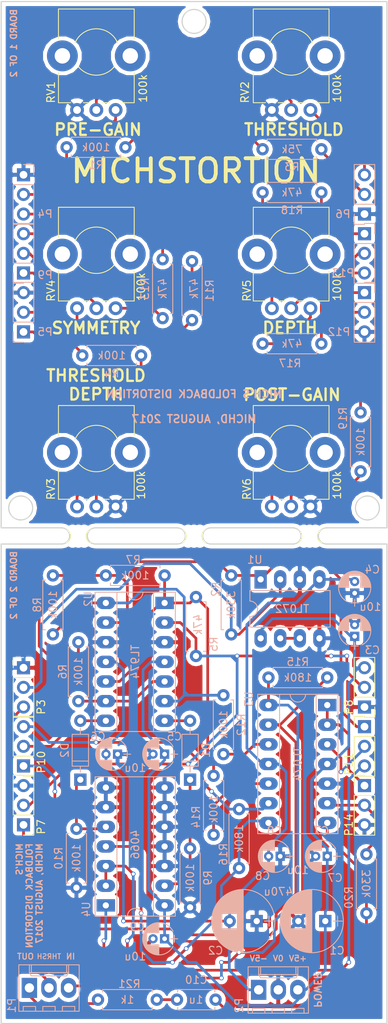
<source format=kicad_pcb>
(kicad_pcb (version 4) (host pcbnew 4.0.4-stable)
  (layers (0 F.Cu signal) (31 B.Cu signal) (34 B.Paste user) (35 F.Paste user hide) (36 B.SilkS user) (37 F.SilkS user) (38 B.Mask user hide) (39 F.Mask user hide) (44 Edge.Cuts user))
  (net 0 "")
  (net 1 VCC)
  (net 2 GND)
  (net 3 VEE)
  (net 4 "Net-(C10-Pad1)")
  (net 5 "Net-(C10-Pad2)")
  (net 6 "Net-(D1-Pad1)")
  (net 7 "Net-(D1-Pad2)")
  (net 8 "Net-(D2-Pad1)")
  (net 9 "Net-(D2-Pad2)")
  (net 10 SignalOut)
  (net 11 ThresholdIn)
  (net 12 SignalIn)
  (net 13 "Net-(R14-Pad2)")
  (net 14 "Net-(R6-Pad1)")
  (net 15 "Net-(R7-Pad1)")
  (net 16 "Net-(R12-Pad2)")
  (net 17 "Net-(R12-Pad1)")
  (net 18 "Net-(R14-Pad1)")
  (net 19 "Net-(R15-Pad1)")
  (net 20 "Net-(R16-Pad1)")
  (net 21 "Net-(R17-Pad2)")
  (net 22 "Net-(U1-Pad6)")
  (net 23 "Net-(P3-Pad2)")
  (net 24 "Net-(P4-Pad2)")
  (net 25 "Net-(P4-Pad3)")
  (net 26 "Net-(P5-Pad1)")
  (net 27 "Net-(P5-Pad2)")
  (net 28 "Net-(P6-Pad2)")
  (net 29 "Net-(P6-Pad3)")
  (net 30 "Net-(P7-Pad2)")
  (net 31 "Net-(P9-Pad1)")
  (net 32 "Net-(P9-Pad2)")
  (net 33 "Net-(P9-Pad3)")
  (net 34 "Net-(P10-Pad1)")
  (net 35 "Net-(P10-Pad2)")
  (net 36 "Net-(P10-Pad3)")
  (net 37 "Net-(P11-Pad2)")
  (net 38 "Net-(P11-Pad3)")
  (net 39 "Net-(P12-Pad1)")
  (net 40 "Net-(P12-Pad2)")
  (net 41 "Net-(P13-Pad1)")
  (net 42 "Net-(P13-Pad2)")
  (net 43 "Net-(P13-Pad3)")
  (net 44 "Net-(P14-Pad1)")
  (net 45 "Net-(P14-Pad2)")
  (net 46 GNDA)
  (net 47 "Net-(R1-Pad2)")
  (net 48 "Net-(R3-Pad2)")
  (net 49 "Net-(R4-Pad2)")
  (net 50 "Net-(R11-Pad2)")
  (net 51 "Net-(R13-Pad2)")
  (net 52 "Net-(R18-Pad2)")
  (net 53 "Net-(R19-Pad2)")
  (module Panelization:mouse-bite-2mm-slot (layer F.Cu) (at 88.138 105.664)
    (fp_text reference mouse-bite-2mm-slot hide)
    (fp_text value VAL** hide)
    (pad "" np_thru_hole circle (at 0 -0.75) (size 0.5 0.5) (drill 0.5) (layers *.Cu *.Mask))
    (pad "" np_thru_hole circle (at 0 0.75) (size 0.5 0.5) (drill 0.5) (layers *.Cu *.Mask))
    (pad "" np_thru_hole circle (at 0.75 -0.75) (size 0.5 0.5) (drill 0.5) (layers *.Cu *.Mask))
    (pad "" np_thru_hole circle (at -0.75 -0.75) (size 0.5 0.5) (drill 0.5) (layers *.Cu *.Mask))
    (pad "" np_thru_hole circle (at -0.75 0.75) (size 0.5 0.5) (drill 0.5) (layers *.Cu *.Mask))
    (pad "" np_thru_hole circle (at 0.75 0.75) (size 0.5 0.5) (drill 0.5) (layers *.Cu *.Mask))
  )
  (module Capacitors_ThroughHole:CP_Radial_D8.0mm_P3.50mm (layer B.Cu) (at 105.156 155.448 180)
    (fp_text reference C1 (at -1.524 -3.81 180) (layer B.SilkS) (effects (justify mirror)))
    (fp_text value 470u (at 6.096 3.81 180) (layer B.SilkS) (effects (justify mirror)))
    (pad 1 thru_hole rect (at 0 0 180) (size 1.6 1.6) (drill 0.8) (layers *.Cu *.Mask) (net 1 VCC))
    (pad 2 thru_hole circle (at 3.5 0 180) (size 1.6 1.6) (drill 0.8) (layers *.Cu *.Mask) (net 2 GND))
  )
  (module Capacitors_ThroughHole:CP_Radial_D8.0mm_P3.50mm (layer B.Cu) (at 96.266 155.448 180)
    (fp_text reference C2 (at 5.334 -3.81 180) (layer B.SilkS) (effects (justify mirror)))
    (fp_text value 470u hide)
    (pad 1 thru_hole rect (at 0 0 180) (size 1.6 1.6) (drill 0.8) (layers *.Cu *.Mask) (net 2 GND))
    (pad 2 thru_hole circle (at 3.5 0 180) (size 1.6 1.6) (drill 0.8) (layers *.Cu *.Mask) (net 3 VEE))
  )
  (module Capacitors_ThroughHole:CP_Radial_D4.0mm_P1.50mm (layer B.Cu) (at 108.966 118.618 90)
    (fp_text reference C3 (at -1.778 2.286 360) (layer B.SilkS) (effects (justify mirror)))
    (fp_text value 10u (at 3.81 2.032 180) (layer B.SilkS) (effects (justify mirror)))
    (pad 1 thru_hole rect (at 0 0 90) (size 1.2 1.2) (drill 0.6) (layers *.Cu *.Mask) (net 1 VCC))
    (pad 2 thru_hole circle (at 1.5 0 90) (size 1.2 1.2) (drill 0.6) (layers *.Cu *.Mask) (net 2 GND))
  )
  (module Capacitors_ThroughHole:CP_Radial_D4.0mm_P1.50mm (layer B.Cu) (at 108.966 113.03 90)
    (fp_text reference C4 (at 3.048 2.286 180) (layer B.SilkS) (effects (justify mirror)))
    (fp_text value 10u hide)
    (pad 1 thru_hole rect (at 0 0 90) (size 1.2 1.2) (drill 0.6) (layers *.Cu *.Mask) (net 2 GND))
    (pad 2 thru_hole circle (at 1.5 0 90) (size 1.2 1.2) (drill 0.6) (layers *.Cu *.Mask) (net 3 VEE))
  )
  (module Capacitors_ThroughHole:CP_Radial_D4.0mm_P1.50mm (layer B.Cu) (at 84.328 133.858 180)
    (fp_text reference C5 (at -1.27 2.286 180) (layer B.SilkS) (effects (justify mirror)))
    (fp_text value 10u)
    (pad 1 thru_hole rect (at 0 0 180) (size 1.2 1.2) (drill 0.6) (layers *.Cu *.Mask) (net 1 VCC))
    (pad 2 thru_hole circle (at 1.5 0 180) (size 1.2 1.2) (drill 0.6) (layers *.Cu *.Mask) (net 2 GND))
  )
  (module Capacitors_ThroughHole:CP_Radial_D4.0mm_P1.50mm (layer B.Cu) (at 78.232 133.858 180)
    (fp_text reference C6 (at 2.54 2.286 180) (layer B.SilkS) (effects (justify mirror)))
    (fp_text value 10u (at -2.286 -1.778 180) (layer B.SilkS) (effects (justify mirror)))
    (pad 1 thru_hole rect (at 0 0 180) (size 1.2 1.2) (drill 0.6) (layers *.Cu *.Mask) (net 2 GND))
    (pad 2 thru_hole circle (at 1.5 0 180) (size 1.2 1.2) (drill 0.6) (layers *.Cu *.Mask) (net 3 VEE))
  )
  (module Capacitors_ThroughHole:CP_Radial_D4.0mm_P1.50mm (layer B.Cu) (at 105.41 147.066 180)
    (fp_text reference C7 (at 0.75 3.31 180) (layer B.SilkS) (effects (justify mirror)))
    (fp_text value 10u (at 3.81 -1.778 180) (layer B.SilkS) (effects (justify mirror)))
    (fp_text user %R (at -1.016 -2.794 180) (layer B.SilkS) (effects (justify mirror)))
    (pad 1 thru_hole rect (at 0 0 180) (size 1.2 1.2) (drill 0.6) (layers *.Cu *.Mask) (net 1 VCC))
    (pad 2 thru_hole circle (at 1.5 0 180) (size 1.2 1.2) (drill 0.6) (layers *.Cu *.Mask) (net 2 GND))
  )
  (module Capacitors_ThroughHole:CP_Radial_D4.0mm_P1.50mm (layer B.Cu) (at 99.314 147.066 180)
    (fp_text reference C8 (at 0.75 3.31 180) (layer B.SilkS) (effects (justify mirror)))
    (fp_text value 10u hide)
    (fp_text user %R (at 2.286 -2.54 180) (layer B.SilkS) (effects (justify mirror)))
    (pad 1 thru_hole rect (at 0 0 180) (size 1.2 1.2) (drill 0.6) (layers *.Cu *.Mask) (net 2 GND))
    (pad 2 thru_hole circle (at 1.5 0 180) (size 1.2 1.2) (drill 0.6) (layers *.Cu *.Mask) (net 3 VEE))
  )
  (module Capacitors_ThroughHole:CP_Radial_D4.0mm_P1.50mm (layer B.Cu) (at 84.328 157.734 180)
    (fp_text reference C9 (at 3.556 1.524 180) (layer B.SilkS) (effects (justify mirror)))
    (fp_text value 10u (at 3.81 -2.286 180) (layer B.SilkS) (effects (justify mirror)))
    (pad 1 thru_hole rect (at 0 0 180) (size 1.2 1.2) (drill 0.6) (layers *.Cu *.Mask) (net 1 VCC))
    (pad 2 thru_hole circle (at 1.5 0 180) (size 1.2 1.2) (drill 0.6) (layers *.Cu *.Mask) (net 2 GND))
  )
  (module Capacitors_ThroughHole:C_Disc_D4.7mm_W2.5mm_P5.00mm (layer B.Cu) (at 90.932 165.608 180)
    (fp_text reference C10 (at 2.5 2.56 180) (layer B.SilkS) (effects (justify mirror)))
    (fp_text value 1u (at 2.54 0 180) (layer B.SilkS) (effects (justify mirror)))
    (pad 1 thru_hole circle (at 0 0 180) (size 1.6 1.6) (drill 0.8) (layers *.Cu *.Mask) (net 4 "Net-(C10-Pad1)"))
    (pad 2 thru_hole circle (at 5 0 180) (size 1.6 1.6) (drill 0.8) (layers *.Cu *.Mask) (net 5 "Net-(C10-Pad2)"))
  )
  (module Diodes_ThroughHole:D_DO-35_SOD27_P7.62mm_Horizontal (layer B.Cu) (at 87.63 137.16 90)
    (fp_text reference D1 (at 3.81 2.06 90) (layer B.SilkS) (effects (justify mirror)))
    (fp_text value D hide)
    (pad 1 thru_hole rect (at 0 0 90) (size 1.6 1.6) (drill 0.8) (layers *.Cu *.Mask) (net 6 "Net-(D1-Pad1)"))
    (pad 2 thru_hole oval (at 7.62 0 90) (size 1.6 1.6) (drill 0.8) (layers *.Cu *.Mask) (net 7 "Net-(D1-Pad2)"))
  )
  (module Diodes_ThroughHole:D_DO-35_SOD27_P7.62mm_Horizontal (layer B.Cu) (at 73.406 137.16 90)
    (fp_text reference D2 (at 3.81 -2.032 90) (layer B.SilkS) (effects (justify mirror)))
    (fp_text value D hide)
    (pad 1 thru_hole rect (at 0 0 90) (size 1.6 1.6) (drill 0.8) (layers *.Cu *.Mask) (net 8 "Net-(D2-Pad1)"))
    (pad 2 thru_hole oval (at 7.62 0 90) (size 1.6 1.6) (drill 0.8) (layers *.Cu *.Mask) (net 9 "Net-(D2-Pad2)"))
  )
  (module Connectors_Molex:Molex_KK-6410-03_03x2.54mm_Straight (layer B.Cu) (at 66.802 164.084)
    (fp_text reference P1 (at -2.286 2.286 90) (layer B.SilkS) (effects (justify mirror)))
    (fp_text value CONN_01X03 hide)
    (pad 1 thru_hole rect (at 0 0) (size 2 2.6) (drill 1.2) (layers *.Cu *.Mask) (net 10 SignalOut))
    (pad 2 thru_hole oval (at 2.54 0) (size 2 2.6) (drill 1.2) (layers *.Cu *.Mask) (net 11 ThresholdIn))
    (pad 3 thru_hole oval (at 5.08 0) (size 2 2.6) (drill 1.2) (layers *.Cu *.Mask) (net 12 SignalIn))
  )
  (module Connectors_Molex:Molex_KK-6410-03_03x2.54mm_Straight (layer B.Cu) (at 96.52 164.338)
    (fp_text reference P2 (at -2.54 2.032 90) (layer B.SilkS) (effects (justify mirror)))
    (fp_text value CONN_01X03 hide)
    (pad 1 thru_hole rect (at 0 0) (size 2 2.6) (drill 1.2) (layers *.Cu *.Mask) (net 3 VEE))
    (pad 2 thru_hole oval (at 2.54 0) (size 2 2.6) (drill 1.2) (layers *.Cu *.Mask) (net 2 GND))
    (pad 3 thru_hole oval (at 5.08 0) (size 2 2.6) (drill 1.2) (layers *.Cu *.Mask) (net 1 VCC))
  )
  (module Resistors_ThroughHole:R_Axial_DIN0207_L6.3mm_D2.5mm_P7.62mm_Horizontal (layer B.Cu) (at 71.628 55.372)
    (fp_text reference R1 (at 3.81 2.286) (layer B.SilkS) (effects (justify mirror)))
    (fp_text value 100k (at 3.81 0) (layer B.SilkS) (effects (justify mirror)))
    (pad 1 thru_hole circle (at 0 0) (size 1.6 1.6) (drill 0.8) (layers *.Cu *.Mask) (net 24 "Net-(P4-Pad2)"))
    (pad 2 thru_hole oval (at 7.62 0) (size 1.6 1.6) (drill 0.8) (layers *.Cu *.Mask) (net 47 "Net-(R1-Pad2)"))
  )
  (module Resistors_ThroughHole:R_Axial_DIN0207_L6.3mm_D2.5mm_P7.62mm_Horizontal (layer B.Cu) (at 92.964 110.744 270)
    (fp_text reference R2 (at 1.778 2.032 270) (layer B.SilkS) (effects (justify mirror)))
    (fp_text value 330k (at 3.81 0 270) (layer B.SilkS) (effects (justify mirror)))
    (pad 1 thru_hole circle (at 0 0 270) (size 1.6 1.6) (drill 0.8) (layers *.Cu *.Mask) (net 35 "Net-(P10-Pad2)"))
    (pad 2 thru_hole oval (at 7.62 0 270) (size 1.6 1.6) (drill 0.8) (layers *.Cu *.Mask) (net 23 "Net-(P3-Pad2)"))
  )
  (module Resistors_ThroughHole:R_Axial_DIN0207_L6.3mm_D2.5mm_P7.62mm_Horizontal (layer B.Cu) (at 104.648 55.626 180)
    (fp_text reference R3 (at 3.81 -2.286 180) (layer B.SilkS) (effects (justify mirror)))
    (fp_text value 75k (at 3.81 0 180) (layer B.SilkS) (effects (justify mirror)))
    (pad 1 thru_hole circle (at 0 0 180) (size 1.6 1.6) (drill 0.8) (layers *.Cu *.Mask) (net 28 "Net-(P6-Pad2)"))
    (pad 2 thru_hole oval (at 7.62 0 180) (size 1.6 1.6) (drill 0.8) (layers *.Cu *.Mask) (net 48 "Net-(R3-Pad2)"))
  )
  (module Resistors_ThroughHole:R_Axial_DIN0207_L6.3mm_D2.5mm_P7.62mm_Horizontal (layer B.Cu) (at 73.66 82.296)
    (fp_text reference R4 (at 3.81 2.31) (layer B.SilkS) (effects (justify mirror)))
    (fp_text value 100k (at 3.81 0) (layer B.SilkS) (effects (justify mirror)))
    (pad 1 thru_hole circle (at 0 0) (size 1.6 1.6) (drill 0.8) (layers *.Cu *.Mask) (net 27 "Net-(P5-Pad2)"))
    (pad 2 thru_hole oval (at 7.62 0) (size 1.6 1.6) (drill 0.8) (layers *.Cu *.Mask) (net 49 "Net-(R4-Pad2)"))
  )
  (module Resistors_ThroughHole:R_Axial_DIN0207_L6.3mm_D2.5mm_P7.62mm_Horizontal (layer B.Cu) (at 88.392 113.538 270)
    (fp_text reference R5 (at 6.096 -2.286 270) (layer B.SilkS) (effects (justify mirror)))
    (fp_text value 47k (at 3.556 -0.254 270) (layer B.SilkS) (effects (justify mirror)))
    (pad 1 thru_hole circle (at 0 0 270) (size 1.6 1.6) (drill 0.8) (layers *.Cu *.Mask) (net 13 "Net-(R14-Pad2)"))
    (pad 2 thru_hole oval (at 7.62 0 270) (size 1.6 1.6) (drill 0.8) (layers *.Cu *.Mask) (net 30 "Net-(P7-Pad2)"))
  )
  (module Resistors_ThroughHole:R_Axial_DIN0207_L6.3mm_D2.5mm_P7.62mm_Horizontal (layer B.Cu) (at 73.152 127 90)
    (fp_text reference R6 (at 3.81 -2.032 90) (layer B.SilkS) (effects (justify mirror)))
    (fp_text value 100k (at 3.81 0 90) (layer B.SilkS) (effects (justify mirror)))
    (pad 1 thru_hole circle (at 0 0 90) (size 1.6 1.6) (drill 0.8) (layers *.Cu *.Mask) (net 14 "Net-(R6-Pad1)"))
    (pad 2 thru_hole oval (at 7.62 0 90) (size 1.6 1.6) (drill 0.8) (layers *.Cu *.Mask) (net 35 "Net-(P10-Pad2)"))
  )
  (module Resistors_ThroughHole:R_Axial_DIN0207_L6.3mm_D2.5mm_P7.62mm_Horizontal (layer B.Cu) (at 76.708 110.744)
    (fp_text reference R7 (at 3.556 -2.032) (layer B.SilkS) (effects (justify mirror)))
    (fp_text value 100k (at 3.81 0) (layer B.SilkS) (effects (justify mirror)))
    (pad 1 thru_hole circle (at 0 0) (size 1.6 1.6) (drill 0.8) (layers *.Cu *.Mask) (net 15 "Net-(R7-Pad1)"))
    (pad 2 thru_hole oval (at 7.62 0) (size 1.6 1.6) (drill 0.8) (layers *.Cu *.Mask) (net 13 "Net-(R14-Pad2)"))
  )
  (module Resistors_ThroughHole:R_Axial_DIN0207_L6.3mm_D2.5mm_P7.62mm_Horizontal (layer B.Cu) (at 69.85 118.364 90)
    (fp_text reference R8 (at 3.81 -2.032 90) (layer B.SilkS) (effects (justify mirror)))
    (fp_text value 100k (at 3.81 0 90) (layer B.SilkS) (effects (justify mirror)))
    (pad 1 thru_hole circle (at 0 0 90) (size 1.6 1.6) (drill 0.8) (layers *.Cu *.Mask) (net 16 "Net-(R12-Pad2)"))
    (pad 2 thru_hole oval (at 7.62 0 90) (size 1.6 1.6) (drill 0.8) (layers *.Cu *.Mask) (net 15 "Net-(R7-Pad1)"))
  )
  (module Resistors_ThroughHole:R_Axial_DIN0207_L6.3mm_D2.5mm_P7.62mm_Horizontal (layer B.Cu) (at 87.63 153.67 90)
    (fp_text reference R9 (at 3.81 2.31 90) (layer B.SilkS) (effects (justify mirror)))
    (fp_text value 100k (at 3.81 0 90) (layer B.SilkS) (effects (justify mirror)))
    (pad 1 thru_hole circle (at 0 0 90) (size 1.6 1.6) (drill 0.8) (layers *.Cu *.Mask) (net 2 GND))
    (pad 2 thru_hole oval (at 7.62 0 90) (size 1.6 1.6) (drill 0.8) (layers *.Cu *.Mask) (net 6 "Net-(D1-Pad1)"))
  )
  (module Resistors_ThroughHole:R_Axial_DIN0207_L6.3mm_D2.5mm_P7.62mm_Horizontal (layer B.Cu) (at 72.898 143.51 270)
    (fp_text reference R10 (at 3.81 2.31 270) (layer B.SilkS) (effects (justify mirror)))
    (fp_text value 100k (at 3.81 0 270) (layer B.SilkS) (effects (justify mirror)))
    (pad 1 thru_hole circle (at 0 0 270) (size 1.6 1.6) (drill 0.8) (layers *.Cu *.Mask) (net 8 "Net-(D2-Pad1)"))
    (pad 2 thru_hole oval (at 7.62 0 270) (size 1.6 1.6) (drill 0.8) (layers *.Cu *.Mask) (net 2 GND))
  )
  (module Resistors_ThroughHole:R_Axial_DIN0207_L6.3mm_D2.5mm_P7.62mm_Horizontal (layer B.Cu) (at 87.884 70.104 270)
    (fp_text reference R11 (at 3.81 -2.286 270) (layer B.SilkS) (effects (justify mirror)))
    (fp_text value 47k (at 3.556 -0.254 270) (layer B.SilkS) (effects (justify mirror)))
    (pad 1 thru_hole circle (at 0 0 270) (size 1.6 1.6) (drill 0.8) (layers *.Cu *.Mask) (net 31 "Net-(P9-Pad1)"))
    (pad 2 thru_hole oval (at 7.62 0 270) (size 1.6 1.6) (drill 0.8) (layers *.Cu *.Mask) (net 50 "Net-(R11-Pad2)"))
  )
  (module Resistors_ThroughHole:R_Axial_DIN0207_L6.3mm_D2.5mm_P7.62mm_Horizontal (layer B.Cu) (at 91.948 133.858 90)
    (fp_text reference R12 (at 3.81 2.31 90) (layer B.SilkS) (effects (justify mirror)))
    (fp_text value 100k (at 3.81 0 90) (layer B.SilkS) (effects (justify mirror)))
    (pad 1 thru_hole circle (at 0 0 90) (size 1.6 1.6) (drill 0.8) (layers *.Cu *.Mask) (net 17 "Net-(R12-Pad1)"))
    (pad 2 thru_hole oval (at 7.62 0 90) (size 1.6 1.6) (drill 0.8) (layers *.Cu *.Mask) (net 16 "Net-(R12-Pad2)"))
  )
  (module Resistors_ThroughHole:R_Axial_DIN0207_L6.3mm_D2.5mm_P7.62mm_Horizontal (layer B.Cu) (at 84.074 69.85 270)
    (fp_text reference R13 (at 3.81 2.286 270) (layer B.SilkS) (effects (justify mirror)))
    (fp_text value 47k (at 3.81 0 270) (layer B.SilkS) (effects (justify mirror)))
    (pad 1 thru_hole circle (at 0 0 270) (size 1.6 1.6) (drill 0.8) (layers *.Cu *.Mask) (net 33 "Net-(P9-Pad3)"))
    (pad 2 thru_hole oval (at 7.62 0 270) (size 1.6 1.6) (drill 0.8) (layers *.Cu *.Mask) (net 51 "Net-(R13-Pad2)"))
  )
  (module Resistors_ThroughHole:R_Axial_DIN0207_L6.3mm_D2.5mm_P7.62mm_Horizontal (layer B.Cu) (at 90.678 144.272 90)
    (fp_text reference R14 (at 2.286 -2.286 90) (layer B.SilkS) (effects (justify mirror)))
    (fp_text value 100k (at 3.302 0 90) (layer B.SilkS) (effects (justify mirror)))
    (pad 1 thru_hole circle (at 0 0 90) (size 1.6 1.6) (drill 0.8) (layers *.Cu *.Mask) (net 18 "Net-(R14-Pad1)"))
    (pad 2 thru_hole oval (at 7.62 0 90) (size 1.6 1.6) (drill 0.8) (layers *.Cu *.Mask) (net 13 "Net-(R14-Pad2)"))
  )
  (module Resistors_ThroughHole:R_Axial_DIN0207_L6.3mm_D2.5mm_P7.62mm_Horizontal (layer B.Cu) (at 97.79 123.952)
    (fp_text reference R15 (at 3.81 -2.032) (layer B.SilkS) (effects (justify mirror)))
    (fp_text value 180k (at 3.81 0) (layer B.SilkS) (effects (justify mirror)))
    (pad 1 thru_hole circle (at 0 0) (size 1.6 1.6) (drill 0.8) (layers *.Cu *.Mask) (net 19 "Net-(R15-Pad1)"))
    (pad 2 thru_hole oval (at 7.62 0) (size 1.6 1.6) (drill 0.8) (layers *.Cu *.Mask) (net 34 "Net-(P10-Pad1)"))
  )
  (module Resistors_ThroughHole:R_Axial_DIN0207_L6.3mm_D2.5mm_P7.62mm_Horizontal (layer B.Cu) (at 93.98 148.59 90)
    (fp_text reference R16 (at 1.778 -2.032 90) (layer B.SilkS) (effects (justify mirror)))
    (fp_text value 180k (at 3.81 0 90) (layer B.SilkS) (effects (justify mirror)))
    (pad 1 thru_hole circle (at 0 0 90) (size 1.6 1.6) (drill 0.8) (layers *.Cu *.Mask) (net 20 "Net-(R16-Pad1)"))
    (pad 2 thru_hole oval (at 7.62 0 90) (size 1.6 1.6) (drill 0.8) (layers *.Cu *.Mask) (net 36 "Net-(P10-Pad3)"))
  )
  (module Resistors_ThroughHole:R_Axial_DIN0207_L6.3mm_D2.5mm_P7.62mm_Horizontal (layer B.Cu) (at 104.648 80.772 180)
    (fp_text reference R17 (at 4.064 -2.54 180) (layer B.SilkS) (effects (justify mirror)))
    (fp_text value 47k (at 3.81 0 180) (layer B.SilkS) (effects (justify mirror)))
    (pad 1 thru_hole circle (at 0 0 180) (size 1.6 1.6) (drill 0.8) (layers *.Cu *.Mask) (net 43 "Net-(P13-Pad3)"))
    (pad 2 thru_hole oval (at 7.62 0 180) (size 1.6 1.6) (drill 0.8) (layers *.Cu *.Mask) (net 21 "Net-(R17-Pad2)"))
  )
  (module Resistors_ThroughHole:R_Axial_DIN0207_L6.3mm_D2.5mm_P7.62mm_Horizontal (layer B.Cu) (at 104.648 61.214 180)
    (fp_text reference R18 (at 3.81 -2.286 180) (layer B.SilkS) (effects (justify mirror)))
    (fp_text value 47k (at 3.81 0 180) (layer B.SilkS) (effects (justify mirror)))
    (pad 1 thru_hole circle (at 0 0 180) (size 1.6 1.6) (drill 0.8) (layers *.Cu *.Mask) (net 41 "Net-(P13-Pad1)"))
    (pad 2 thru_hole oval (at 7.62 0 180) (size 1.6 1.6) (drill 0.8) (layers *.Cu *.Mask) (net 52 "Net-(R18-Pad2)"))
  )
  (module Resistors_ThroughHole:R_Axial_DIN0207_L6.3mm_D2.5mm_P7.62mm_Horizontal (layer B.Cu) (at 109.728 89.662 270)
    (fp_text reference R19 (at 0.762 2.286 270) (layer B.SilkS) (effects (justify mirror)))
    (fp_text value 100k (at 3.81 0 270) (layer B.SilkS) (effects (justify mirror)))
    (pad 1 thru_hole circle (at 0 0 270) (size 1.6 1.6) (drill 0.8) (layers *.Cu *.Mask) (net 40 "Net-(P12-Pad2)"))
    (pad 2 thru_hole oval (at 7.62 0 270) (size 1.6 1.6) (drill 0.8) (layers *.Cu *.Mask) (net 53 "Net-(R19-Pad2)"))
  )
  (module Resistors_ThroughHole:R_Axial_DIN0207_L6.3mm_D2.5mm_P7.62mm_Horizontal (layer B.Cu) (at 110.49 154.432 90)
    (fp_text reference R20 (at 2.032 -2.286 90) (layer B.SilkS) (effects (justify mirror)))
    (fp_text value 330k (at 3.81 0 90) (layer B.SilkS) (effects (justify mirror)))
    (pad 1 thru_hole circle (at 0 0 90) (size 1.6 1.6) (drill 0.8) (layers *.Cu *.Mask) (net 4 "Net-(C10-Pad1)"))
    (pad 2 thru_hole oval (at 7.62 0 90) (size 1.6 1.6) (drill 0.8) (layers *.Cu *.Mask) (net 45 "Net-(P14-Pad2)"))
  )
  (module Resistors_ThroughHole:R_Axial_DIN0207_L6.3mm_D2.5mm_P7.62mm_Horizontal (layer B.Cu) (at 75.692 165.608)
    (fp_text reference R21 (at 4.064 -2.032) (layer B.SilkS) (effects (justify mirror)))
    (fp_text value 1k (at 3.81 0) (layer B.SilkS) (effects (justify mirror)))
    (pad 1 thru_hole circle (at 0 0) (size 1.6 1.6) (drill 0.8) (layers *.Cu *.Mask) (net 10 SignalOut))
    (pad 2 thru_hole oval (at 7.62 0) (size 1.6 1.6) (drill 0.8) (layers *.Cu *.Mask) (net 5 "Net-(C10-Pad2)"))
  )
  (module Potentiometers:Potentiometer_Bourns_PTV09A-1_Horizontal (layer F.Cu) (at 77.978 50.546 90)
    (fp_text reference RV1 (at 2.286 -8.382 90) (layer F.SilkS))
    (fp_text value 100k (at 2.794 3.556 90) (layer F.SilkS))
    (pad 3 thru_hole circle (at 0 -5 90) (size 1.8 1.8) (drill 1) (layers *.Cu *.Mask) (net 46 GNDA))
    (pad 2 thru_hole circle (at 0 -2.5 90) (size 1.8 1.8) (drill 1) (layers *.Cu *.Mask) (net 47 "Net-(R1-Pad2)"))
    (pad 1 thru_hole circle (at 0 0 90) (size 1.8 1.8) (drill 1) (layers *.Cu *.Mask) (net 25 "Net-(P4-Pad3)"))
    (pad 0 np_thru_hole circle (at 7 -6.9 90) (size 4 4) (drill 2) (layers *.Cu *.Mask))
    (pad 0 np_thru_hole circle (at 7 1.9 90) (size 4 4) (drill 2) (layers *.Cu *.Mask))
  )
  (module Potentiometers:Potentiometer_Bourns_PTV09A-1_Horizontal (layer F.Cu) (at 103.231 50.546 90)
    (fp_text reference RV2 (at 2.286 -8.489 90) (layer F.SilkS))
    (fp_text value 100k (at 2.794 3.449 90) (layer F.SilkS))
    (pad 3 thru_hole circle (at 0 -5 90) (size 1.8 1.8) (drill 1) (layers *.Cu *.Mask) (net 46 GNDA))
    (pad 2 thru_hole circle (at 0 -2.5 90) (size 1.8 1.8) (drill 1) (layers *.Cu *.Mask) (net 48 "Net-(R3-Pad2)"))
    (pad 1 thru_hole circle (at 0 0 90) (size 1.8 1.8) (drill 1) (layers *.Cu *.Mask) (net 29 "Net-(P6-Pad3)"))
    (pad 0 np_thru_hole circle (at 7 -6.9 90) (size 4 4) (drill 2) (layers *.Cu *.Mask))
    (pad 0 np_thru_hole circle (at 7 1.9 90) (size 4 4) (drill 2) (layers *.Cu *.Mask))
  )
  (module Potentiometers:Potentiometer_Bourns_PTV09A-1_Horizontal (layer F.Cu) (at 77.978 101.83 90)
    (fp_text reference RV3 (at 2.262 -8.382 90) (layer F.SilkS))
    (fp_text value 100k (at 2.77 3.302 90) (layer F.SilkS))
    (pad 3 thru_hole circle (at 0 -5 90) (size 1.8 1.8) (drill 1) (layers *.Cu *.Mask) (net 26 "Net-(P5-Pad1)"))
    (pad 2 thru_hole circle (at 0 -2.5 90) (size 1.8 1.8) (drill 1) (layers *.Cu *.Mask) (net 49 "Net-(R4-Pad2)"))
    (pad 1 thru_hole circle (at 0 0 90) (size 1.8 1.8) (drill 1) (layers *.Cu *.Mask) (net 46 GNDA))
    (pad 0 np_thru_hole circle (at 7 -6.9 90) (size 4 4) (drill 2) (layers *.Cu *.Mask))
    (pad 0 np_thru_hole circle (at 7 1.9 90) (size 4 4) (drill 2) (layers *.Cu *.Mask))
  )
  (module Potentiometers:Potentiometer_Bourns_PTV09A-1_Horizontal (layer F.Cu) (at 77.978 76.188 90)
    (fp_text reference RV4 (at 2.274 -8.382 90) (layer F.SilkS))
    (fp_text value 100k (at 2.782 3.302 90) (layer F.SilkS))
    (pad 3 thru_hole circle (at 0 -5 90) (size 1.8 1.8) (drill 1) (layers *.Cu *.Mask) (net 50 "Net-(R11-Pad2)"))
    (pad 2 thru_hole circle (at 0 -2.5 90) (size 1.8 1.8) (drill 1) (layers *.Cu *.Mask) (net 32 "Net-(P9-Pad2)"))
    (pad 1 thru_hole circle (at 0 0 90) (size 1.8 1.8) (drill 1) (layers *.Cu *.Mask) (net 51 "Net-(R13-Pad2)"))
    (pad 0 np_thru_hole circle (at 7 -6.9 90) (size 4 4) (drill 2) (layers *.Cu *.Mask))
    (pad 0 np_thru_hole circle (at 7 1.9 90) (size 4 4) (drill 2) (layers *.Cu *.Mask))
  )
  (module Potentiometers:Potentiometer_Bourns_PTV09A-1_Horizontal (layer F.Cu) (at 103.231 76.188 90)
    (fp_text reference RV5 (at 2.274 -8.235 90) (layer F.SilkS))
    (fp_text value 100k (at 2.782 3.449 90) (layer F.SilkS))
    (pad 3 thru_hole circle (at 0 -5 90) (size 1.8 1.8) (drill 1) (layers *.Cu *.Mask) (net 52 "Net-(R18-Pad2)"))
    (pad 2 thru_hole circle (at 0 -2.5 90) (size 1.8 1.8) (drill 1) (layers *.Cu *.Mask) (net 42 "Net-(P13-Pad2)"))
    (pad 1 thru_hole circle (at 0 0 90) (size 1.8 1.8) (drill 1) (layers *.Cu *.Mask) (net 21 "Net-(R17-Pad2)"))
    (pad 0 np_thru_hole circle (at 7 -6.9 90) (size 4 4) (drill 2) (layers *.Cu *.Mask))
    (pad 0 np_thru_hole circle (at 7 1.9 90) (size 4 4) (drill 2) (layers *.Cu *.Mask))
  )
  (module Potentiometers:Potentiometer_Bourns_PTV09A-1_Horizontal (layer F.Cu) (at 103.231 101.83 90)
    (fp_text reference RV6 (at 2.262 -8.235 90) (layer F.SilkS))
    (fp_text value 100k (at 2.77 3.449 90) (layer F.SilkS))
    (pad 3 thru_hole circle (at 0 -5 90) (size 1.8 1.8) (drill 1) (layers *.Cu *.Mask) (net 39 "Net-(P12-Pad1)"))
    (pad 2 thru_hole circle (at 0 -2.5 90) (size 1.8 1.8) (drill 1) (layers *.Cu *.Mask) (net 53 "Net-(R19-Pad2)"))
    (pad 1 thru_hole circle (at 0 0 90) (size 1.8 1.8) (drill 1) (layers *.Cu *.Mask) (net 46 GNDA))
    (pad 0 np_thru_hole circle (at 7 -6.9 90) (size 4 4) (drill 2) (layers *.Cu *.Mask))
    (pad 0 np_thru_hole circle (at 7 1.9 90) (size 4 4) (drill 2) (layers *.Cu *.Mask))
  )
  (module Housings_DIP:DIP-8_W7.62mm_LongPads (layer B.Cu) (at 96.774 111.252 270)
    (fp_text reference U1 (at -2.54 0.762 360) (layer B.SilkS) (effects (justify mirror)))
    (fp_text value TL072 (at 3.81 -4.064 360) (layer B.SilkS) (effects (justify mirror)))
    (pad 1 thru_hole rect (at 0 0 270) (size 2.4 1.6) (drill 0.8) (layers *.Cu *.Mask) (net 35 "Net-(P10-Pad2)"))
    (pad 5 thru_hole oval (at 7.62 -7.62 270) (size 2.4 1.6) (drill 0.8) (layers *.Cu *.Mask) (net 2 GND))
    (pad 2 thru_hole oval (at 0 -2.54 270) (size 2.4 1.6) (drill 0.8) (layers *.Cu *.Mask) (net 23 "Net-(P3-Pad2)"))
    (pad 6 thru_hole oval (at 7.62 -5.08 270) (size 2.4 1.6) (drill 0.8) (layers *.Cu *.Mask) (net 22 "Net-(U1-Pad6)"))
    (pad 3 thru_hole oval (at 0 -5.08 270) (size 2.4 1.6) (drill 0.8) (layers *.Cu *.Mask) (net 2 GND))
    (pad 7 thru_hole oval (at 7.62 -2.54 270) (size 2.4 1.6) (drill 0.8) (layers *.Cu *.Mask) (net 22 "Net-(U1-Pad6)"))
    (pad 4 thru_hole oval (at 0 -7.62 270) (size 2.4 1.6) (drill 0.8) (layers *.Cu *.Mask) (net 3 VEE))
    (pad 8 thru_hole oval (at 7.62 0 270) (size 2.4 1.6) (drill 0.8) (layers *.Cu *.Mask) (net 1 VCC))
  )
  (module Housings_DIP:DIP-14_W7.62mm_Socket_LongPads (layer B.Cu) (at 84.328 114.3 180)
    (fp_text reference U2 (at 9.906 0.508 270) (layer B.SilkS) (effects (justify mirror)))
    (fp_text value TL974 (at 3.81 -7.62 270) (layer B.SilkS) (effects (justify mirror)))
    (pad 1 thru_hole rect (at 0 0 180) (size 2.4 1.6) (drill 0.8) (layers *.Cu *.Mask) (net 13 "Net-(R14-Pad2)"))
    (pad 8 thru_hole oval (at 7.62 -15.24 180) (size 2.4 1.6) (drill 0.8) (layers *.Cu *.Mask) (net 9 "Net-(D2-Pad2)"))
    (pad 2 thru_hole oval (at 0 -2.54 180) (size 2.4 1.6) (drill 0.8) (layers *.Cu *.Mask) (net 30 "Net-(P7-Pad2)"))
    (pad 9 thru_hole oval (at 7.62 -12.7 180) (size 2.4 1.6) (drill 0.8) (layers *.Cu *.Mask) (net 14 "Net-(R6-Pad1)"))
    (pad 3 thru_hole oval (at 0 -5.08 180) (size 2.4 1.6) (drill 0.8) (layers *.Cu *.Mask) (net 2 GND))
    (pad 10 thru_hole oval (at 7.62 -10.16 180) (size 2.4 1.6) (drill 0.8) (layers *.Cu *.Mask) (net 13 "Net-(R14-Pad2)"))
    (pad 4 thru_hole oval (at 0 -7.62 180) (size 2.4 1.6) (drill 0.8) (layers *.Cu *.Mask) (net 1 VCC))
    (pad 11 thru_hole oval (at 7.62 -7.62 180) (size 2.4 1.6) (drill 0.8) (layers *.Cu *.Mask) (net 3 VEE))
    (pad 5 thru_hole oval (at 0 -10.16 180) (size 2.4 1.6) (drill 0.8) (layers *.Cu *.Mask) (net 14 "Net-(R6-Pad1)"))
    (pad 12 thru_hole oval (at 7.62 -5.08 180) (size 2.4 1.6) (drill 0.8) (layers *.Cu *.Mask) (net 2 GND))
    (pad 6 thru_hole oval (at 0 -12.7 180) (size 2.4 1.6) (drill 0.8) (layers *.Cu *.Mask) (net 16 "Net-(R12-Pad2)"))
    (pad 13 thru_hole oval (at 7.62 -2.54 180) (size 2.4 1.6) (drill 0.8) (layers *.Cu *.Mask) (net 15 "Net-(R7-Pad1)"))
    (pad 7 thru_hole oval (at 0 -15.24 180) (size 2.4 1.6) (drill 0.8) (layers *.Cu *.Mask) (net 7 "Net-(D1-Pad2)"))
    (pad 14 thru_hole oval (at 7.62 0 180) (size 2.4 1.6) (drill 0.8) (layers *.Cu *.Mask) (net 16 "Net-(R12-Pad2)"))
  )
  (module Housings_DIP:DIP-14_W7.62mm_Socket_LongPads (layer B.Cu) (at 105.41 127.508 180)
    (fp_text reference U3 (at 10.16 0.762 270) (layer B.SilkS) (effects (justify mirror)))
    (fp_text value TL074 (at 3.81 -7.62 270) (layer B.SilkS) (effects (justify mirror)))
    (pad 1 thru_hole rect (at 0 0 180) (size 2.4 1.6) (drill 0.8) (layers *.Cu *.Mask) (net 44 "Net-(P14-Pad1)"))
    (pad 8 thru_hole oval (at 7.62 -15.24 180) (size 2.4 1.6) (drill 0.8) (layers *.Cu *.Mask) (net 20 "Net-(R16-Pad1)"))
    (pad 2 thru_hole oval (at 0 -2.54 180) (size 2.4 1.6) (drill 0.8) (layers *.Cu *.Mask) (net 44 "Net-(P14-Pad1)"))
    (pad 9 thru_hole oval (at 7.62 -12.7 180) (size 2.4 1.6) (drill 0.8) (layers *.Cu *.Mask) (net 36 "Net-(P10-Pad3)"))
    (pad 3 thru_hole oval (at 0 -5.08 180) (size 2.4 1.6) (drill 0.8) (layers *.Cu *.Mask) (net 37 "Net-(P11-Pad2)"))
    (pad 10 thru_hole oval (at 7.62 -10.16 180) (size 2.4 1.6) (drill 0.8) (layers *.Cu *.Mask) (net 18 "Net-(R14-Pad1)"))
    (pad 4 thru_hole oval (at 0 -7.62 180) (size 2.4 1.6) (drill 0.8) (layers *.Cu *.Mask) (net 1 VCC))
    (pad 11 thru_hole oval (at 7.62 -7.62 180) (size 2.4 1.6) (drill 0.8) (layers *.Cu *.Mask) (net 3 VEE))
    (pad 5 thru_hole oval (at 0 -10.16 180) (size 2.4 1.6) (drill 0.8) (layers *.Cu *.Mask) (net 2 GND))
    (pad 12 thru_hole oval (at 7.62 -5.08 180) (size 2.4 1.6) (drill 0.8) (layers *.Cu *.Mask) (net 17 "Net-(R12-Pad1)"))
    (pad 6 thru_hole oval (at 0 -12.7 180) (size 2.4 1.6) (drill 0.8) (layers *.Cu *.Mask) (net 45 "Net-(P14-Pad2)"))
    (pad 13 thru_hole oval (at 7.62 -2.54 180) (size 2.4 1.6) (drill 0.8) (layers *.Cu *.Mask) (net 34 "Net-(P10-Pad1)"))
    (pad 7 thru_hole oval (at 0 -15.24 180) (size 2.4 1.6) (drill 0.8) (layers *.Cu *.Mask) (net 4 "Net-(C10-Pad1)"))
    (pad 14 thru_hole oval (at 7.62 0 180) (size 2.4 1.6) (drill 0.8) (layers *.Cu *.Mask) (net 19 "Net-(R15-Pad1)"))
  )
  (module Housings_DIP:DIP-14_W7.62mm_Socket_LongPads (layer B.Cu) (at 76.708 153.416)
    (fp_text reference U4 (at -2.54 0.508 90) (layer B.SilkS) (effects (justify mirror)))
    (fp_text value 4066 (at 3.81 -7.874 90) (layer B.SilkS) (effects (justify mirror)))
    (pad 1 thru_hole rect (at 0 0) (size 2.4 1.6) (drill 0.8) (layers *.Cu *.Mask) (net 19 "Net-(R15-Pad1)"))
    (pad 8 thru_hole oval (at 7.62 -15.24) (size 2.4 1.6) (drill 0.8) (layers *.Cu *.Mask) (net 2 GND))
    (pad 2 thru_hole oval (at 0 -2.54) (size 2.4 1.6) (drill 0.8) (layers *.Cu *.Mask) (net 38 "Net-(P11-Pad3)"))
    (pad 9 thru_hole oval (at 7.62 -12.7) (size 2.4 1.6) (drill 0.8) (layers *.Cu *.Mask) (net 2 GND))
    (pad 3 thru_hole oval (at 0 -5.08) (size 2.4 1.6) (drill 0.8) (layers *.Cu *.Mask) (net 38 "Net-(P11-Pad3)"))
    (pad 10 thru_hole oval (at 7.62 -10.16) (size 2.4 1.6) (drill 0.8) (layers *.Cu *.Mask) (net 2 GND))
    (pad 4 thru_hole oval (at 0 -7.62) (size 2.4 1.6) (drill 0.8) (layers *.Cu *.Mask) (net 20 "Net-(R16-Pad1)"))
    (pad 11 thru_hole oval (at 7.62 -7.62) (size 2.4 1.6) (drill 0.8) (layers *.Cu *.Mask) (net 2 GND))
    (pad 5 thru_hole oval (at 0 -10.16) (size 2.4 1.6) (drill 0.8) (layers *.Cu *.Mask) (net 8 "Net-(D2-Pad1)"))
    (pad 12 thru_hole oval (at 7.62 -5.08) (size 2.4 1.6) (drill 0.8) (layers *.Cu *.Mask) (net 2 GND))
    (pad 6 thru_hole oval (at 0 -12.7) (size 2.4 1.6) (drill 0.8) (layers *.Cu *.Mask) (net 2 GND))
    (pad 13 thru_hole oval (at 7.62 -2.54) (size 2.4 1.6) (drill 0.8) (layers *.Cu *.Mask) (net 6 "Net-(D1-Pad1)"))
    (pad 7 thru_hole oval (at 0 -15.24) (size 2.4 1.6) (drill 0.8) (layers *.Cu *.Mask) (net 2 GND))
    (pad 14 thru_hole oval (at 7.62 0) (size 2.4 1.6) (drill 0.8) (layers *.Cu *.Mask) (net 1 VCC))
  )
  (module Socket_Strips:Socket_Strip_Straight_1x03_Pitch2.54mm (layer F.Cu) (at 66.04 122.682)
    (fp_text reference P3 (at 2.286 5.08 90) (layer F.SilkS))
    (fp_text value CONN_01X03 hide)
    (pad 1 thru_hole rect (at 0 0) (size 1.7 1.7) (drill 1) (layers *.Cu *.Mask) (net 2 GND))
    (pad 2 thru_hole oval (at 0 2.54) (size 1.7 1.7) (drill 1) (layers *.Cu *.Mask) (net 23 "Net-(P3-Pad2)"))
    (pad 3 thru_hole oval (at 0 5.08) (size 1.7 1.7) (drill 1) (layers *.Cu *.Mask) (net 12 SignalIn))
  )
  (module Socket_Strips:Socket_Strip_Straight_1x03_Pitch2.54mm (layer B.Cu) (at 66.04 58.928 180)
    (fp_text reference P4 (at -2.794 -5.08 180) (layer B.SilkS) (effects (justify mirror)))
    (fp_text value CONN_01X03 hide)
    (pad 1 thru_hole rect (at 0 0 180) (size 1.7 1.7) (drill 1) (layers *.Cu *.Mask) (net 46 GNDA))
    (pad 2 thru_hole oval (at 0 -2.54 180) (size 1.7 1.7) (drill 1) (layers *.Cu *.Mask) (net 24 "Net-(P4-Pad2)"))
    (pad 3 thru_hole oval (at 0 -5.08 180) (size 1.7 1.7) (drill 1) (layers *.Cu *.Mask) (net 25 "Net-(P4-Pad3)"))
  )
  (module Socket_Strips:Socket_Strip_Straight_1x03_Pitch2.54mm (layer B.Cu) (at 66.04 79.248)
    (fp_text reference P5 (at 2.794 0) (layer B.SilkS) (effects (justify mirror)))
    (fp_text value CONN_01X03 hide)
    (pad 1 thru_hole rect (at 0 0) (size 1.7 1.7) (drill 1) (layers *.Cu *.Mask) (net 26 "Net-(P5-Pad1)"))
    (pad 2 thru_hole oval (at 0 -2.54) (size 1.7 1.7) (drill 1) (layers *.Cu *.Mask) (net 27 "Net-(P5-Pad2)"))
    (pad 3 thru_hole oval (at 0 -5.08) (size 1.7 1.7) (drill 1) (layers *.Cu *.Mask) (net 46 GNDA))
  )
  (module Socket_Strips:Socket_Strip_Straight_1x03_Pitch2.54mm (layer B.Cu) (at 110.236 64.008)
    (fp_text reference P6 (at -2.794 0) (layer B.SilkS) (effects (justify mirror)))
    (fp_text value CONN_01X03 hide)
    (pad 1 thru_hole rect (at 0 0) (size 1.7 1.7) (drill 1) (layers *.Cu *.Mask) (net 46 GNDA))
    (pad 2 thru_hole oval (at 0 -2.54) (size 1.7 1.7) (drill 1) (layers *.Cu *.Mask) (net 28 "Net-(P6-Pad2)"))
    (pad 3 thru_hole oval (at 0 -5.08) (size 1.7 1.7) (drill 1) (layers *.Cu *.Mask) (net 29 "Net-(P6-Pad3)"))
  )
  (module Socket_Strips:Socket_Strip_Straight_1x03_Pitch2.54mm (layer F.Cu) (at 66.04 143.002 180)
    (fp_text reference P7 (at -2.286 -0.254 270) (layer F.SilkS))
    (fp_text value CONN_01X03 hide)
    (pad 1 thru_hole rect (at 0 0 180) (size 1.7 1.7) (drill 1) (layers *.Cu *.Mask) (net 11 ThresholdIn))
    (pad 2 thru_hole oval (at 0 2.54 180) (size 1.7 1.7) (drill 1) (layers *.Cu *.Mask) (net 30 "Net-(P7-Pad2)"))
    (pad 3 thru_hole oval (at 0 5.08 180) (size 1.7 1.7) (drill 1) (layers *.Cu *.Mask) (net 2 GND))
  )
  (module Socket_Strips:Socket_Strip_Straight_1x03_Pitch2.54mm (layer F.Cu) (at 110.236 127.762 180)
    (fp_text reference P8 (at 2.032 0 270) (layer F.SilkS))
    (fp_text value CONN_01X03 hide)
    (pad 1 thru_hole rect (at 0 0 180) (size 1.7 1.7) (drill 1) (layers *.Cu *.Mask) (net 2 GND))
    (pad 2 thru_hole oval (at 0 2.54 180) (size 1.7 1.7) (drill 1) (layers *.Cu *.Mask) (net 30 "Net-(P7-Pad2)"))
    (pad 3 thru_hole oval (at 0 5.08 180) (size 1.7 1.7) (drill 1) (layers *.Cu *.Mask) (net 1 VCC))
  )
  (module Socket_Strips:Socket_Strip_Straight_1x03_Pitch2.54mm (layer B.Cu) (at 66.04 71.628)
    (fp_text reference P9 (at 2.794 0.254) (layer B.SilkS) (effects (justify mirror)))
    (fp_text value CONN_01X03 hide)
    (pad 1 thru_hole rect (at 0 0) (size 1.7 1.7) (drill 1) (layers *.Cu *.Mask) (net 31 "Net-(P9-Pad1)"))
    (pad 2 thru_hole oval (at 0 -2.54) (size 1.7 1.7) (drill 1) (layers *.Cu *.Mask) (net 32 "Net-(P9-Pad2)"))
    (pad 3 thru_hole oval (at 0 -5.08) (size 1.7 1.7) (drill 1) (layers *.Cu *.Mask) (net 33 "Net-(P9-Pad3)"))
  )
  (module Socket_Strips:Socket_Strip_Straight_1x03_Pitch2.54mm (layer F.Cu) (at 66.04 135.382 180)
    (fp_text reference P10 (at -2.286 0.508 270) (layer F.SilkS))
    (fp_text value CONN_01X03 hide)
    (pad 1 thru_hole rect (at 0 0 180) (size 1.7 1.7) (drill 1) (layers *.Cu *.Mask) (net 34 "Net-(P10-Pad1)"))
    (pad 2 thru_hole oval (at 0 2.54 180) (size 1.7 1.7) (drill 1) (layers *.Cu *.Mask) (net 35 "Net-(P10-Pad2)"))
    (pad 3 thru_hole oval (at 0 5.08 180) (size 1.7 1.7) (drill 1) (layers *.Cu *.Mask) (net 36 "Net-(P10-Pad3)"))
  )
  (module Socket_Strips:Socket_Strip_Straight_1x03_Pitch2.54mm (layer F.Cu) (at 110.236 130.302)
    (fp_text reference P11 (at -2.032 4.826 90) (layer F.SilkS))
    (fp_text value CONN_01X03 hide)
    (pad 1 thru_hole rect (at 0 0) (size 1.7 1.7) (drill 1) (layers *.Cu *.Mask) (net 35 "Net-(P10-Pad2)"))
    (pad 2 thru_hole oval (at 0 2.54) (size 1.7 1.7) (drill 1) (layers *.Cu *.Mask) (net 37 "Net-(P11-Pad2)"))
    (pad 3 thru_hole oval (at 0 5.08) (size 1.7 1.7) (drill 1) (layers *.Cu *.Mask) (net 38 "Net-(P11-Pad3)"))
  )
  (module Socket_Strips:Socket_Strip_Straight_1x03_Pitch2.54mm (layer B.Cu) (at 110.236 74.168 180)
    (fp_text reference P12 (at 3.302 -5.08 180) (layer B.SilkS) (effects (justify mirror)))
    (fp_text value CONN_01X03 hide)
    (pad 1 thru_hole rect (at 0 0 180) (size 1.7 1.7) (drill 1) (layers *.Cu *.Mask) (net 39 "Net-(P12-Pad1)"))
    (pad 2 thru_hole oval (at 0 -2.54 180) (size 1.7 1.7) (drill 1) (layers *.Cu *.Mask) (net 40 "Net-(P12-Pad2)"))
    (pad 3 thru_hole oval (at 0 -5.08 180) (size 1.7 1.7) (drill 1) (layers *.Cu *.Mask) (net 46 GNDA))
  )
  (module Socket_Strips:Socket_Strip_Straight_1x03_Pitch2.54mm (layer B.Cu) (at 110.236 66.548 180)
    (fp_text reference P13 (at 2.794 -5.08 180) (layer B.SilkS) (effects (justify mirror)))
    (fp_text value CONN_01X03 hide)
    (pad 1 thru_hole rect (at 0 0 180) (size 1.7 1.7) (drill 1) (layers *.Cu *.Mask) (net 41 "Net-(P13-Pad1)"))
    (pad 2 thru_hole oval (at 0 -2.54 180) (size 1.7 1.7) (drill 1) (layers *.Cu *.Mask) (net 42 "Net-(P13-Pad2)"))
    (pad 3 thru_hole oval (at 0 -5.08 180) (size 1.7 1.7) (drill 1) (layers *.Cu *.Mask) (net 43 "Net-(P13-Pad3)"))
  )
  (module Socket_Strips:Socket_Strip_Straight_1x03_Pitch2.54mm (layer F.Cu) (at 110.236 137.922)
    (fp_text reference P14 (at -2.032 5.08 90) (layer F.SilkS))
    (fp_text value CONN_01X03 hide)
    (pad 1 thru_hole rect (at 0 0) (size 1.7 1.7) (drill 1) (layers *.Cu *.Mask) (net 44 "Net-(P14-Pad1)"))
    (pad 2 thru_hole oval (at 0 2.54) (size 1.7 1.7) (drill 1) (layers *.Cu *.Mask) (net 45 "Net-(P14-Pad2)"))
    (pad 3 thru_hole oval (at 0 5.08) (size 1.7 1.7) (drill 1) (layers *.Cu *.Mask) (net 2 GND))
  )
  (module Panelization:mouse-bite-2mm-slot (layer F.Cu) (at 73.152 105.664)
    (fp_text reference mouse-bite-2mm-slot hide)
    (fp_text value VAL** hide)
    (pad "" np_thru_hole circle (at 0 -0.75) (size 0.5 0.5) (drill 0.5) (layers *.Cu *.Mask))
    (pad "" np_thru_hole circle (at 0 0.75) (size 0.5 0.5) (drill 0.5) (layers *.Cu *.Mask))
    (pad "" np_thru_hole circle (at 0.75 -0.75) (size 0.5 0.5) (drill 0.5) (layers *.Cu *.Mask))
    (pad "" np_thru_hole circle (at -0.75 -0.75) (size 0.5 0.5) (drill 0.5) (layers *.Cu *.Mask))
    (pad "" np_thru_hole circle (at -0.75 0.75) (size 0.5 0.5) (drill 0.5) (layers *.Cu *.Mask))
    (pad "" np_thru_hole circle (at 0.75 0.75) (size 0.5 0.5) (drill 0.5) (layers *.Cu *.Mask))
  )
  (module Panelization:mouse-bite-2mm-slot (layer F.Cu) (at 103.124 105.664)
    (fp_text reference mouse-bite-2mm-slot hide)
    (fp_text value VAL** hide)
    (pad "" np_thru_hole circle (at 0 -0.75) (size 0.5 0.5) (drill 0.5) (layers *.Cu *.Mask))
    (pad "" np_thru_hole circle (at 0 0.75) (size 0.5 0.5) (drill 0.5) (layers *.Cu *.Mask))
    (pad "" np_thru_hole circle (at 0.75 -0.75) (size 0.5 0.5) (drill 0.5) (layers *.Cu *.Mask))
    (pad "" np_thru_hole circle (at -0.75 -0.75) (size 0.5 0.5) (drill 0.5) (layers *.Cu *.Mask))
    (pad "" np_thru_hole circle (at -0.75 0.75) (size 0.5 0.5) (drill 0.5) (layers *.Cu *.Mask))
    (pad "" np_thru_hole circle (at 0.75 0.75) (size 0.5 0.5) (drill 0.5) (layers *.Cu *.Mask))
  )
  (gr_circle (center 110.616 102.018) (end 110.616 103.568) (layer Edge.Cuts) (width 0.15))
  (gr_circle (center 65.676 102.018) (end 65.676 103.568) (layer Edge.Cuts) (width 0.15))
  (gr_circle (center 88.146 39.092) (end 88.146 40.642) (layer Edge.Cuts) (width 0.15))
  (gr_arc (start 70.967 105.633) (end 70.967 104.586) (angle 180) (layer Edge.Cuts) (width 0.15))
  (gr_arc (start 75.361 105.633) (end 75.361 106.68) (angle 180) (layer Edge.Cuts) (width 0.15))
  (gr_arc (start 105.311 105.633) (end 105.311 106.68) (angle 180) (layer Edge.Cuts) (width 0.15))
  (gr_arc (start 100.967 105.633) (end 100.967 104.586) (angle 180) (layer Edge.Cuts) (width 0.15))
  (gr_arc (start 85.967 105.633) (end 85.967 104.586) (angle 180) (layer Edge.Cuts) (width 0.15))
  (gr_arc (start 90.311 105.633) (end 90.311 106.68) (angle 180) (layer Edge.Cuts) (width 0.15))
  (gr_text "MICH'S FOLDBACK DISTORTION\n\nMICHD, AUGUST 2017" (at 88.138 88.9) (layer B.SilkS) (effects (font (size 1 1) (thickness 0.2)) (justify mirror)))
  (gr_text "BOARD 1 OF 2\n" (at 64.77 41.91 90) (layer B.SilkS) (effects (font (size 0.8 0.8) (thickness 0.18)) (justify mirror)))
  (gr_text "BOARD 2 OF 2" (at 64.77 112.014 90) (layer B.SilkS) (effects (font (size 0.8 0.8) (thickness 0.18)) (justify mirror)))
  (gr_text "MICH'S\nFOLDBACK DISTORTION\nMICHD, AUGUST 2017" (at 66.802 145.288 90) (layer B.SilkS) (effects (font (size 0.8 0.8) (thickness 0.18)) (justify left mirror)))
  (gr_text THRSH (at 69.342 160.02) (layer B.SilkS) (effects (font (size 0.65 0.65) (thickness 0.125)) (justify mirror)))
  (gr_text OUT (at 66.294 160.02) (layer B.SilkS) (effects (font (size 0.75 0.75)) (justify mirror)))
  (gr_text IN (at 72.136 160.02) (layer B.SilkS) (effects (font (size 0.75 0.75)) (justify mirror)))
  (gr_text POWER (at 104.14 164.338 270) (layer B.SilkS) (effects (font (size 0.9 0.9) (thickness 0.18)) (justify mirror)))
  (gr_text +5V (at 101.6 160.274) (layer B.SilkS) (effects (font (size 0.75 0.75)) (justify mirror)))
  (gr_text 0V (at 99.06 160.274) (layer B.SilkS) (effects (font (size 0.75 0.75)) (justify mirror)))
  (gr_text -5V (at 96.52 160.274) (layer B.SilkS) (effects (font (size 0.75 0.75)) (justify mirror)))
  (gr_line (start 75.361 106.68) (end 85.967 106.68) (angle 90) (layer Edge.Cuts) (width 0.15))
  (gr_line (start 85.967 104.586) (end 75.361 104.586) (angle 90) (layer Edge.Cuts) (width 0.15))
  (gr_line (start 90.311 106.68) (end 100.967 106.68) (angle 90) (layer Edge.Cuts) (width 0.15))
  (gr_line (start 100.967 104.586) (end 90.311 104.586) (angle 90) (layer Edge.Cuts) (width 0.15))
  (gr_line (start 113.146 168.692) (end 113.146 106.68) (angle 90) (layer Edge.Cuts) (width 0.15))
  (gr_line (start 63.146 168.692) (end 113.146 168.692) (angle 90) (layer Edge.Cuts) (width 0.15))
  (gr_line (start 63.146 106.68) (end 63.146 168.692) (angle 90) (layer Edge.Cuts) (width 0.15))
  (gr_line (start 105.311 106.68) (end 113.146 106.68) (angle 90) (layer Edge.Cuts) (width 0.15))
  (gr_line (start 105.311 104.586) (end 113.146 104.586) (angle 90) (layer Edge.Cuts) (width 0.15))
  (gr_line (start 70.967 106.68) (end 63.146 106.68) (angle 90) (layer Edge.Cuts) (width 0.15))
  (gr_line (start 63.146 104.586) (end 70.967 104.586) (angle 90) (layer Edge.Cuts) (width 0.15))
  (gr_text MICHSTORTION (at 88.392 58.42) (layer F.SilkS) (effects (font (size 3 3) (thickness 0.5))))
  (gr_text POST-GAIN (at 100.838 87.376) (layer F.SilkS) (effects (font (size 1.5 1.5) (thickness 0.3))))
  (gr_text "THRESHOLD\nDEPTH" (at 75.438 86.106) (layer F.SilkS) (effects (font (size 1.5 1.5) (thickness 0.3))))
  (gr_text DEPTH (at 100.584 78.74) (layer F.SilkS) (effects (font (size 1.5 1.5) (thickness 0.3))))
  (gr_text SYMMETRY (at 75.438 78.74) (layer F.SilkS) (effects (font (size 1.5 1.5) (thickness 0.3))))
  (gr_text THRESHOLD (at 101.092 53.086) (layer F.SilkS) (effects (font (size 1.5 1.5) (thickness 0.3))))
  (gr_text PRE-GAIN (at 75.692 53.086) (layer F.SilkS) (effects (font (size 1.5 1.5) (thickness 0.3))))
  (gr_line (start 63.146 36.524) (end 113.146 36.524) (angle 90) (layer Edge.Cuts) (width 0.15))
  (gr_line (start 113.146 36.524) (end 113.146 104.586) (angle 90) (layer Edge.Cuts) (width 0.15))
  (gr_line (start 63.146 36.524) (end 63.146 104.586) (angle 90) (layer Edge.Cuts) (width 0.15))
  (segment (start 108.966 123.19) (end 109.474 122.682) (width 0.35) (layer B.Cu) (net 1))
  (segment (start 109.474 122.682) (end 109.22 122.682) (width 0.35) (layer B.Cu) (net 1))
  (segment (start 110.236 122.682) (end 109.22 122.682) (width 0.35) (layer B.Cu) (net 1))
  (segment (start 109.22 122.682) (end 108.966 122.682) (width 0.35) (layer B.Cu) (net 1))
  (segment (start 108.966 121.412) (end 108.966 122.682) (width 0.35) (layer B.Cu) (net 1))
  (segment (start 108.966 122.682) (end 108.966 123.19) (width 0.35) (layer B.Cu) (net 1))
  (segment (start 108.966 123.19) (end 108.966 123.952) (width 0.35) (layer B.Cu) (net 1))
  (segment (start 108.966 123.952) (end 108.458 124.46) (width 0.35) (layer B.Cu) (net 1))
  (segment (start 105.41 147.066) (end 105.41 153.924) (width 0.35) (layer B.Cu) (net 1))
  (segment (start 105.156 154.178) (end 105.156 155.448) (width 0.35) (layer B.Cu) (net 1))
  (segment (start 105.41 153.924) (end 105.156 154.178) (width 0.35) (layer B.Cu) (net 1))
  (segment (start 84.328 121.92) (end 82.55 121.92) (width 0.35) (layer B.Cu) (net 1))
  (segment (start 81.534 122.936) (end 81.534 124.714) (width 0.35) (layer B.Cu) (net 1))
  (segment (start 82.55 121.92) (end 81.534 122.936) (width 0.35) (layer B.Cu) (net 1))
  (segment (start 84.328 133.858) (end 84.328 134.62) (width 0.35) (layer B.Cu) (net 1))
  (segment (start 82.296 151.384) (end 84.328 153.416) (width 0.35) (layer B.Cu) (net 1))
  (segment (start 82.296 136.652) (end 82.296 151.384) (width 0.35) (layer B.Cu) (net 1))
  (segment (start 82.804 136.144) (end 82.296 136.652) (width 0.35) (layer B.Cu) (net 1))
  (segment (start 84.328 134.62) (end 82.804 136.144) (width 0.35) (layer B.Cu) (net 1))
  (segment (start 84.328 133.858) (end 84.328 133.604) (width 0.35) (layer B.Cu) (net 1))
  (segment (start 84.328 133.604) (end 81.534 130.81) (width 0.35) (layer B.Cu) (net 1))
  (segment (start 81.534 130.81) (end 81.534 124.714) (width 0.35) (layer B.Cu) (net 1))
  (segment (start 108.966 118.618) (end 108.458 118.618) (width 0.35) (layer B.Cu) (net 1))
  (segment (start 108.458 118.618) (end 106.172 116.332) (width 0.35) (layer B.Cu) (net 1))
  (segment (start 98.298 116.332) (end 96.774 117.856) (width 0.35) (layer B.Cu) (net 1))
  (segment (start 106.172 116.332) (end 98.298 116.332) (width 0.35) (layer B.Cu) (net 1))
  (segment (start 96.774 117.856) (end 96.774 118.872) (width 0.35) (layer B.Cu) (net 1))
  (segment (start 108.966 118.618) (end 108.966 121.412) (width 0.35) (layer B.Cu) (net 1))
  (segment (start 84.328 157.734) (end 84.328 153.416) (width 0.35) (layer B.Cu) (net 1))
  (via (at 84.328 157.734) (size 0.6) (drill 0.4) (layers F.Cu B.Cu) (net 1))
  (segment (start 84.328 157.734) (end 87.376 160.782) (width 0.35) (layer B.Cu) (net 1))
  (segment (start 100.838 166.37) (end 101.6 165.608) (width 0.35) (layer B.Cu) (net 1))
  (segment (start 93.98 166.37) (end 100.838 166.37) (width 0.35) (layer B.Cu) (net 1))
  (segment (start 88.392 160.782) (end 93.98 166.37) (width 0.35) (layer B.Cu) (net 1))
  (segment (start 87.376 160.782) (end 88.392 160.782) (width 0.35) (layer B.Cu) (net 1))
  (segment (start 101.6 165.608) (end 101.6 164.338) (width 0.35) (layer B.Cu) (net 1))
  (segment (start 105.41 135.128) (end 105.918 135.128) (width 0.35) (layer B.Cu) (net 1))
  (segment (start 105.918 135.128) (end 108.204 132.842) (width 0.35) (layer B.Cu) (net 1))
  (segment (start 108.204 132.842) (end 108.204 124.714) (width 0.35) (layer B.Cu) (net 1))
  (segment (start 108.204 124.714) (end 108.458 124.46) (width 0.35) (layer B.Cu) (net 1))
  (segment (start 105.41 147.066) (end 105.41 146.05) (width 0.35) (layer B.Cu) (net 1))
  (segment (start 103.378 137.16) (end 105.41 135.128) (width 0.35) (layer B.Cu) (net 1))
  (segment (start 103.378 144.018) (end 103.378 137.16) (width 0.35) (layer B.Cu) (net 1))
  (segment (start 105.41 146.05) (end 103.378 144.018) (width 0.35) (layer B.Cu) (net 1))
  (segment (start 105.156 147.32) (end 105.41 147.066) (width 0.35) (layer B.Cu) (net 1))
  (segment (start 101.6 164.338) (end 102.616 164.338) (width 0.35) (layer B.Cu) (net 1))
  (segment (start 102.616 164.338) (end 105.156 161.798) (width 0.35) (layer B.Cu) (net 1))
  (segment (start 105.156 161.798) (end 105.156 155.448) (width 0.35) (layer B.Cu) (net 1))
  (segment (start 94.996 117.094) (end 97.79 114.3) (width 0.35) (layer B.Cu) (net 3))
  (segment (start 76.732 133.858) (end 76.732 134.85) (width 0.35) (layer B.Cu) (net 3))
  (segment (start 78.994 155.448) (end 92.766 155.448) (width 0.35) (layer F.Cu) (net 3))
  (segment (start 78.994 155.448) (end 78.994 155.448) (width 0.35) (layer F.Cu) (net 3))
  (via (at 78.994 155.448) (size 0.6) (drill 0.4) (layers F.Cu B.Cu) (net 3))
  (segment (start 78.994 137.112) (end 78.994 155.448) (width 0.35) (layer B.Cu) (net 3))
  (segment (start 76.732 134.85) (end 78.994 137.112) (width 0.35) (layer B.Cu) (net 3))
  (segment (start 76.732 133.858) (end 76.732 133.072) (width 0.35) (layer B.Cu) (net 3))
  (segment (start 77.978 121.92) (end 76.708 121.92) (width 0.35) (layer B.Cu) (net 3))
  (segment (start 78.994 122.936) (end 77.978 121.92) (width 0.35) (layer B.Cu) (net 3))
  (segment (start 78.994 130.81) (end 78.994 122.936) (width 0.35) (layer B.Cu) (net 3))
  (segment (start 76.732 133.072) (end 78.994 130.81) (width 0.35) (layer B.Cu) (net 3))
  (segment (start 104.394 111.252) (end 101.346 114.3) (width 0.35) (layer B.Cu) (net 3))
  (segment (start 101.346 114.3) (end 97.79 114.3) (width 0.35) (layer B.Cu) (net 3))
  (segment (start 94.996 133.096) (end 97.028 135.128) (width 0.35) (layer B.Cu) (net 3))
  (segment (start 94.996 117.094) (end 94.996 133.096) (width 0.35) (layer B.Cu) (net 3))
  (segment (start 97.028 135.128) (end 97.79 135.128) (width 0.35) (layer B.Cu) (net 3))
  (segment (start 104.394 111.252) (end 108.688 111.252) (width 0.35) (layer B.Cu) (net 3))
  (segment (start 108.688 111.252) (end 108.966 111.53) (width 0.35) (layer B.Cu) (net 3))
  (segment (start 97.814 147.066) (end 97.814 145.772) (width 0.35) (layer B.Cu) (net 3))
  (segment (start 99.06 135.128) (end 97.79 135.128) (width 0.35) (layer B.Cu) (net 3))
  (segment (start 100.076 136.144) (end 99.06 135.128) (width 0.35) (layer B.Cu) (net 3))
  (segment (start 100.076 143.51) (end 100.076 136.144) (width 0.35) (layer B.Cu) (net 3))
  (segment (start 99.568 144.018) (end 100.076 143.51) (width 0.35) (layer B.Cu) (net 3))
  (segment (start 97.814 145.772) (end 99.568 144.018) (width 0.35) (layer B.Cu) (net 3))
  (segment (start 92.766 155.448) (end 92.766 153.106) (width 0.35) (layer B.Cu) (net 3))
  (segment (start 92.766 153.106) (end 97.814 148.058) (width 0.35) (layer B.Cu) (net 3))
  (segment (start 97.814 148.058) (end 97.814 147.066) (width 0.35) (layer B.Cu) (net 3))
  (segment (start 96.52 164.338) (end 95.25 164.338) (width 0.35) (layer B.Cu) (net 3))
  (segment (start 92.71 161.798) (end 92.71 155.504) (width 0.35) (layer B.Cu) (net 3))
  (segment (start 95.25 164.338) (end 92.71 161.798) (width 0.35) (layer B.Cu) (net 3))
  (segment (start 92.71 155.504) (end 92.766 155.448) (width 0.35) (layer B.Cu) (net 3))
  (segment (start 110.49 149.606) (end 105.41 144.526) (width 0.35) (layer F.Cu) (net 4))
  (segment (start 105.41 144.526) (end 105.41 142.748) (width 0.35) (layer F.Cu) (net 4))
  (segment (start 110.49 154.432) (end 110.49 149.606) (width 0.35) (layer F.Cu) (net 4))
  (segment (start 110.49 154.432) (end 110.49 163.068) (width 0.35) (layer F.Cu) (net 4))
  (segment (start 92.71 167.386) (end 90.932 165.608) (width 0.35) (layer F.Cu) (net 4))
  (segment (start 106.172 167.386) (end 92.71 167.386) (width 0.35) (layer F.Cu) (net 4))
  (segment (start 110.49 163.068) (end 106.172 167.386) (width 0.35) (layer F.Cu) (net 4))
  (segment (start 85.932 165.608) (end 83.312 165.608) (width 0.35) (layer F.Cu) (net 5))
  (segment (start 87.63 137.16) (end 87.63 146.05) (width 0.35) (layer F.Cu) (net 6))
  (segment (start 87.63 146.05) (end 87.63 149.352) (width 0.35) (layer F.Cu) (net 6))
  (segment (start 87.63 149.352) (end 86.36 150.622) (width 0.35) (layer F.Cu) (net 6))
  (segment (start 86.36 150.622) (end 84.582 150.622) (width 0.35) (layer F.Cu) (net 6))
  (segment (start 84.582 150.622) (end 84.328 150.876) (width 0.35) (layer F.Cu) (net 6))
  (segment (start 87.63 129.54) (end 84.328 129.54) (width 0.35) (layer F.Cu) (net 7))
  (segment (start 72.898 143.51) (end 76.454 143.51) (width 0.35) (layer F.Cu) (net 8))
  (segment (start 76.454 143.51) (end 76.708 143.256) (width 0.35) (layer F.Cu) (net 8))
  (segment (start 72.898 143.51) (end 72.898 137.668) (width 0.35) (layer F.Cu) (net 8))
  (segment (start 72.898 137.668) (end 73.406 137.16) (width 0.35) (layer F.Cu) (net 8))
  (segment (start 73.152 143.256) (end 72.898 143.51) (width 0.35) (layer F.Cu) (net 8))
  (segment (start 73.406 129.54) (end 76.708 129.54) (width 0.35) (layer F.Cu) (net 9))
  (segment (start 73.406 166.116) (end 75.184 166.116) (width 0.35) (layer F.Cu) (net 10))
  (segment (start 75.184 166.116) (end 75.692 165.608) (width 0.35) (layer F.Cu) (net 10))
  (segment (start 67.818 166.116) (end 66.802 165.1) (width 0.35) (layer F.Cu) (net 10))
  (segment (start 73.406 166.116) (end 67.818 166.116) (width 0.35) (layer F.Cu) (net 10))
  (segment (start 66.802 165.1) (end 66.802 164.084) (width 0.35) (layer F.Cu) (net 10))
  (segment (start 69.342 164.084) (end 69.342 163.322) (width 0.35) (layer F.Cu) (net 11))
  (segment (start 69.342 163.322) (end 66.04 160.02) (width 0.35) (layer F.Cu) (net 11))
  (segment (start 66.04 160.02) (end 66.04 143.002) (width 0.35) (layer F.Cu) (net 11))
  (segment (start 76.708 163.83) (end 77.216 164.338) (width 0.35) (layer F.Cu) (net 12))
  (segment (start 77.216 164.338) (end 77.216 166.624) (width 0.35) (layer F.Cu) (net 12))
  (segment (start 71.882 164.084) (end 72.39 164.084) (width 0.35) (layer F.Cu) (net 12))
  (segment (start 72.39 164.084) (end 72.644 163.83) (width 0.35) (layer F.Cu) (net 12))
  (segment (start 72.644 163.83) (end 76.708 163.83) (width 0.35) (layer F.Cu) (net 12))
  (segment (start 77.216 166.624) (end 76.2 167.64) (width 0.35) (layer F.Cu) (net 12))
  (segment (start 76.2 167.64) (end 67.056 167.64) (width 0.35) (layer F.Cu) (net 12))
  (segment (start 67.056 167.64) (end 64.262 164.846) (width 0.35) (layer F.Cu) (net 12))
  (segment (start 64.262 164.846) (end 64.262 129.54) (width 0.35) (layer F.Cu) (net 12))
  (segment (start 64.262 129.54) (end 66.04 127.762) (width 0.35) (layer F.Cu) (net 12))
  (segment (start 90.678 136.652) (end 90.678 135.128) (width 0.35) (layer F.Cu) (net 13))
  (segment (start 89.916 115.062) (end 88.392 113.538) (width 0.35) (layer F.Cu) (net 13))
  (segment (start 89.916 134.366) (end 89.916 115.062) (width 0.35) (layer F.Cu) (net 13))
  (segment (start 90.678 135.128) (end 89.916 134.366) (width 0.35) (layer F.Cu) (net 13))
  (segment (start 84.328 114.3) (end 83.82 114.3) (width 0.35) (layer F.Cu) (net 13))
  (segment (start 83.82 114.3) (end 80.264 117.856) (width 0.35) (layer F.Cu) (net 13))
  (segment (start 78.486 124.46) (end 76.708 124.46) (width 0.35) (layer F.Cu) (net 13))
  (segment (start 80.264 122.682) (end 78.486 124.46) (width 0.35) (layer F.Cu) (net 13))
  (segment (start 80.264 117.856) (end 80.264 122.682) (width 0.35) (layer F.Cu) (net 13))
  (segment (start 84.328 114.3) (end 87.63 114.3) (width 0.35) (layer F.Cu) (net 13))
  (segment (start 87.63 114.3) (end 88.392 113.538) (width 0.35) (layer F.Cu) (net 13))
  (segment (start 84.328 110.744) (end 84.328 114.3) (width 0.35) (layer F.Cu) (net 13))
  (segment (start 73.152 127) (end 76.708 127) (width 0.35) (layer F.Cu) (net 14))
  (segment (start 76.708 127) (end 80.264 127) (width 0.35) (layer F.Cu) (net 14))
  (segment (start 80.264 127) (end 82.804 124.46) (width 0.35) (layer F.Cu) (net 14))
  (segment (start 82.804 124.46) (end 84.328 124.46) (width 0.35) (layer F.Cu) (net 14))
  (segment (start 76.708 110.744) (end 78.486 110.744) (width 0.35) (layer F.Cu) (net 15))
  (segment (start 79.502 111.76) (end 79.502 113.538) (width 0.35) (layer F.Cu) (net 15))
  (segment (start 78.486 110.744) (end 79.502 111.76) (width 0.35) (layer F.Cu) (net 15))
  (segment (start 69.85 110.744) (end 76.708 110.744) (width 0.35) (layer F.Cu) (net 15))
  (segment (start 79.502 113.538) (end 79.502 115.824) (width 0.35) (layer F.Cu) (net 15))
  (segment (start 79.502 115.824) (end 78.486 116.84) (width 0.35) (layer F.Cu) (net 15))
  (segment (start 78.486 116.84) (end 76.708 116.84) (width 0.35) (layer F.Cu) (net 15))
  (segment (start 86.868 126.238) (end 86.868 125.73) (width 0.35) (layer B.Cu) (net 16))
  (segment (start 91.948 126.238) (end 86.868 126.238) (width 0.35) (layer B.Cu) (net 16))
  (segment (start 86.106 127) (end 84.328 127) (width 0.35) (layer B.Cu) (net 16))
  (segment (start 86.868 126.238) (end 86.106 127) (width 0.35) (layer B.Cu) (net 16))
  (segment (start 76.708 114.3) (end 79.756 114.3) (width 0.35) (layer B.Cu) (net 16))
  (segment (start 79.756 114.3) (end 81.534 112.522) (width 0.35) (layer B.Cu) (net 16))
  (segment (start 81.534 112.522) (end 85.852 112.522) (width 0.35) (layer B.Cu) (net 16))
  (segment (start 85.852 112.522) (end 86.868 113.538) (width 0.35) (layer B.Cu) (net 16))
  (segment (start 86.868 113.538) (end 86.868 125.73) (width 0.35) (layer B.Cu) (net 16))
  (segment (start 86.868 125.73) (end 87.376 126.238) (width 0.35) (layer B.Cu) (net 16))
  (segment (start 91.948 126.238) (end 87.63 126.238) (width 0.35) (layer B.Cu) (net 16))
  (segment (start 76.708 114.3) (end 73.914 114.3) (width 0.35) (layer F.Cu) (net 16))
  (segment (start 73.914 114.3) (end 69.85 118.364) (width 0.35) (layer F.Cu) (net 16))
  (segment (start 91.948 133.858) (end 94.742 133.858) (width 0.35) (layer F.Cu) (net 17))
  (segment (start 96.012 132.588) (end 97.79 132.588) (width 0.35) (layer F.Cu) (net 17))
  (segment (start 94.742 133.858) (end 96.012 132.588) (width 0.35) (layer F.Cu) (net 17))
  (segment (start 90.678 144.272) (end 90.678 140.462) (width 0.35) (layer F.Cu) (net 18))
  (segment (start 93.472 137.668) (end 97.79 137.668) (width 0.35) (layer F.Cu) (net 18))
  (segment (start 90.678 140.462) (end 93.472 137.668) (width 0.35) (layer F.Cu) (net 18))
  (segment (start 97.79 127.508) (end 100.33 127.508) (width 0.35) (layer B.Cu) (net 19))
  (segment (start 76.708 157.734) (end 76.708 153.416) (width 0.35) (layer B.Cu) (net 19))
  (segment (start 76.454 157.988) (end 76.708 157.734) (width 0.35) (layer B.Cu) (net 19))
  (via (at 76.454 157.988) (size 0.6) (drill 0.4) (layers F.Cu B.Cu) (net 19))
  (segment (start 76.454 161.036) (end 76.454 157.988) (width 0.35) (layer F.Cu) (net 19))
  (segment (start 78.232 162.814) (end 76.454 161.036) (width 0.35) (layer F.Cu) (net 19))
  (segment (start 91.694 162.814) (end 78.232 162.814) (width 0.35) (layer F.Cu) (net 19))
  (via (at 91.694 162.814) (size 0.6) (drill 0.4) (layers F.Cu B.Cu) (net 19))
  (segment (start 91.694 160.782) (end 91.694 162.814) (width 0.35) (layer B.Cu) (net 19))
  (via (at 91.694 160.782) (size 0.6) (drill 0.4) (layers F.Cu B.Cu) (net 19))
  (segment (start 92.71 160.782) (end 91.694 160.782) (width 0.35) (layer F.Cu) (net 19))
  (segment (start 93.98 159.512) (end 92.71 160.782) (width 0.35) (layer F.Cu) (net 19))
  (via (at 93.98 159.512) (size 0.6) (drill 0.4) (layers F.Cu B.Cu) (net 19))
  (segment (start 97.028 159.512) (end 93.98 159.512) (width 0.35) (layer B.Cu) (net 19))
  (segment (start 98.552 157.988) (end 97.028 159.512) (width 0.35) (layer B.Cu) (net 19))
  (segment (start 98.552 155.448) (end 98.552 157.988) (width 0.35) (layer B.Cu) (net 19))
  (segment (start 101.6 152.4) (end 98.552 155.448) (width 0.35) (layer B.Cu) (net 19))
  (segment (start 101.6 128.778) (end 101.6 152.4) (width 0.35) (layer B.Cu) (net 19))
  (segment (start 100.33 127.508) (end 101.6 128.778) (width 0.35) (layer B.Cu) (net 19))
  (segment (start 97.79 123.952) (end 97.79 127.508) (width 0.35) (layer F.Cu) (net 19))
  (segment (start 81.28 159.258) (end 82.804 160.782) (width 0.35) (layer B.Cu) (net 20))
  (segment (start 76.708 145.796) (end 80.264 145.796) (width 0.35) (layer F.Cu) (net 20))
  (segment (start 81.28 154.432) (end 81.28 159.258) (width 0.35) (layer B.Cu) (net 20))
  (via (at 81.28 154.432) (size 0.6) (drill 0.4) (layers F.Cu B.Cu) (net 20))
  (segment (start 81.28 146.812) (end 81.28 154.432) (width 0.35) (layer F.Cu) (net 20))
  (segment (start 80.264 145.796) (end 81.28 146.812) (width 0.35) (layer F.Cu) (net 20))
  (segment (start 91.694 150.876) (end 93.98 148.59) (width 0.35) (layer B.Cu) (net 20))
  (segment (start 82.804 160.782) (end 85.344 160.782) (width 0.35) (layer B.Cu) (net 20))
  (via (at 85.344 160.782) (size 0.6) (drill 0.4) (layers F.Cu B.Cu) (net 20))
  (segment (start 85.344 160.782) (end 87.122 159.004) (width 0.35) (layer F.Cu) (net 20))
  (via (at 87.122 159.004) (size 0.6) (drill 0.4) (layers F.Cu B.Cu) (net 20))
  (segment (start 87.122 159.004) (end 91.694 154.432) (width 0.35) (layer B.Cu) (net 20))
  (segment (start 91.694 154.432) (end 91.694 150.876) (width 0.35) (layer B.Cu) (net 20))
  (segment (start 76.708 145.796) (end 76.454 145.796) (width 0.35) (layer B.Cu) (net 20))
  (segment (start 93.98 148.59) (end 93.98 146.558) (width 0.35) (layer B.Cu) (net 20))
  (segment (start 95.25 142.494) (end 97.536 142.494) (width 0.35) (layer B.Cu) (net 20))
  (segment (start 93.98 143.764) (end 95.25 142.494) (width 0.35) (layer B.Cu) (net 20))
  (segment (start 93.98 146.558) (end 93.98 143.764) (width 0.35) (layer B.Cu) (net 20))
  (segment (start 97.536 142.494) (end 97.79 142.748) (width 0.35) (layer B.Cu) (net 20))
  (segment (start 103.231 76.188) (end 103.231 77.363) (width 0.35) (layer F.Cu) (net 21))
  (segment (start 99.822 80.772) (end 97.028 80.772) (width 0.35) (layer F.Cu) (net 21))
  (segment (start 103.231 77.363) (end 99.822 80.772) (width 0.35) (layer F.Cu) (net 21))
  (segment (start 103.231 76.188) (end 103.231 76.601) (width 0.35) (layer F.Cu) (net 21))
  (segment (start 103.231 76.188) (end 103.231 76.855) (width 0.35) (layer F.Cu) (net 21))
  (segment (start 99.314 118.872) (end 101.854 118.872) (width 0.35) (layer F.Cu) (net 22))
  (segment (start 92.964 116.078) (end 92.964 114.554) (width 0.35) (layer B.Cu) (net 23))
  (segment (start 86.106 109.22) (end 81.788 109.22) (width 0.35) (layer B.Cu) (net 23))
  (segment (start 81.788 109.22) (end 78.486 112.522) (width 0.35) (layer B.Cu) (net 23))
  (segment (start 78.486 112.522) (end 72.898 112.522) (width 0.35) (layer B.Cu) (net 23))
  (segment (start 72.898 112.522) (end 68.326 117.094) (width 0.35) (layer B.Cu) (net 23))
  (segment (start 68.326 117.094) (end 68.326 124.46) (width 0.35) (layer B.Cu) (net 23))
  (segment (start 68.326 124.46) (end 67.564 125.222) (width 0.35) (layer B.Cu) (net 23))
  (segment (start 66.04 125.222) (end 67.564 125.222) (width 0.35) (layer B.Cu) (net 23))
  (segment (start 92.964 116.078) (end 92.964 118.364) (width 0.35) (layer B.Cu) (net 23))
  (segment (start 87.63 109.22) (end 86.106 109.22) (width 0.35) (layer B.Cu) (net 23))
  (segment (start 92.964 114.554) (end 87.63 109.22) (width 0.35) (layer B.Cu) (net 23))
  (segment (start 92.964 118.364) (end 93.98 118.364) (width 0.35) (layer F.Cu) (net 23))
  (segment (start 99.314 113.03) (end 99.314 111.252) (width 0.35) (layer F.Cu) (net 23))
  (segment (start 93.98 118.364) (end 99.314 113.03) (width 0.35) (layer F.Cu) (net 23))
  (segment (start 71.628 55.372) (end 71.628 58.166) (width 0.35) (layer F.Cu) (net 24))
  (segment (start 68.326 61.468) (end 66.04 61.468) (width 0.35) (layer F.Cu) (net 24))
  (segment (start 71.628 58.166) (end 68.326 61.468) (width 0.35) (layer F.Cu) (net 24))
  (segment (start 77.978 50.546) (end 77.978 51.816) (width 0.35) (layer F.Cu) (net 25))
  (segment (start 69.596 64.008) (end 66.04 64.008) (width 0.35) (layer F.Cu) (net 25))
  (segment (start 75.184 58.42) (end 69.596 64.008) (width 0.35) (layer F.Cu) (net 25))
  (segment (start 75.184 54.61) (end 75.184 58.42) (width 0.35) (layer F.Cu) (net 25))
  (segment (start 77.978 51.816) (end 75.184 54.61) (width 0.35) (layer F.Cu) (net 25))
  (segment (start 66.04 79.248) (end 67.31 79.248) (width 0.35) (layer F.Cu) (net 26))
  (segment (start 72.978 100.504) (end 72.978 101.83) (width 0.35) (layer F.Cu) (net 26))
  (segment (start 74.168 99.314) (end 72.978 100.504) (width 0.35) (layer F.Cu) (net 26))
  (segment (start 74.168 86.106) (end 74.168 99.314) (width 0.35) (layer F.Cu) (net 26))
  (segment (start 67.31 79.248) (end 74.168 86.106) (width 0.35) (layer F.Cu) (net 26))
  (segment (start 73.66 82.296) (end 73.66 82.042) (width 0.35) (layer F.Cu) (net 27))
  (segment (start 73.66 82.042) (end 68.326 76.708) (width 0.35) (layer F.Cu) (net 27))
  (segment (start 68.326 76.708) (end 66.04 76.708) (width 0.35) (layer F.Cu) (net 27))
  (segment (start 104.648 55.626) (end 104.648 55.88) (width 0.35) (layer F.Cu) (net 28))
  (segment (start 104.648 55.88) (end 110.236 61.468) (width 0.35) (layer F.Cu) (net 28))
  (segment (start 110.236 58.928) (end 110.236 57.551) (width 0.35) (layer F.Cu) (net 29))
  (segment (start 110.236 57.551) (end 103.231 50.546) (width 0.35) (layer F.Cu) (net 29))
  (segment (start 109.982 58.674) (end 110.236 58.928) (width 0.35) (layer F.Cu) (net 29))
  (segment (start 93.345 121.539) (end 93.726 121.158) (width 0.35) (layer B.Cu) (net 30))
  (segment (start 93.218 121.158) (end 92.964 121.158) (width 0.35) (layer B.Cu) (net 30))
  (segment (start 93.726 121.92) (end 93.726 121.666) (width 0.35) (layer B.Cu) (net 30))
  (segment (start 92.964 121.158) (end 93.345 121.539) (width 0.35) (layer B.Cu) (net 30))
  (segment (start 93.345 121.539) (end 93.726 121.92) (width 0.35) (layer B.Cu) (net 30))
  (segment (start 93.726 121.158) (end 105.918 121.158) (width 0.35) (layer F.Cu) (net 30))
  (segment (start 107.95 123.19) (end 109.982 125.222) (width 0.35) (layer F.Cu) (net 30))
  (segment (start 107.95 121.158) (end 107.95 123.19) (width 0.35) (layer F.Cu) (net 30))
  (via (at 107.95 121.158) (size 0.6) (drill 0.4) (layers F.Cu B.Cu) (net 30))
  (segment (start 105.918 121.158) (end 107.95 121.158) (width 0.35) (layer B.Cu) (net 30))
  (via (at 105.918 121.158) (size 0.6) (drill 0.4) (layers F.Cu B.Cu) (net 30))
  (via (at 93.726 121.158) (size 0.6) (drill 0.4) (layers F.Cu B.Cu) (net 30))
  (segment (start 93.726 121.158) (end 93.726 121.666) (width 0.35) (layer B.Cu) (net 30))
  (segment (start 93.726 121.666) (end 93.726 128.778) (width 0.35) (layer B.Cu) (net 30))
  (segment (start 93.726 128.778) (end 87.376 135.128) (width 0.35) (layer B.Cu) (net 30))
  (via (at 87.376 135.128) (size 0.6) (drill 0.4) (layers F.Cu B.Cu) (net 30))
  (segment (start 87.376 135.128) (end 87.122 135.128) (width 0.35) (layer F.Cu) (net 30))
  (segment (start 87.122 135.128) (end 72.136 135.128) (width 0.35) (layer F.Cu) (net 30))
  (segment (start 72.136 135.128) (end 66.802 140.462) (width 0.35) (layer F.Cu) (net 30))
  (segment (start 66.802 140.462) (end 66.04 140.462) (width 0.35) (layer F.Cu) (net 30))
  (segment (start 88.392 121.158) (end 93.218 121.158) (width 0.35) (layer B.Cu) (net 30))
  (segment (start 93.218 121.158) (end 93.726 121.158) (width 0.35) (layer B.Cu) (net 30))
  (segment (start 109.982 125.222) (end 110.236 125.222) (width 0.35) (layer F.Cu) (net 30))
  (segment (start 88.392 121.158) (end 88.392 118.872) (width 0.35) (layer F.Cu) (net 30))
  (segment (start 86.36 116.84) (end 84.328 116.84) (width 0.35) (layer F.Cu) (net 30))
  (segment (start 88.392 118.872) (end 86.36 116.84) (width 0.35) (layer F.Cu) (net 30))
  (segment (start 87.884 72.898) (end 87.884 74.93) (width 0.35) (layer F.Cu) (net 31))
  (segment (start 87.376 80.264) (end 74.422 80.264) (width 0.35) (layer F.Cu) (net 31))
  (segment (start 74.422 80.264) (end 69.342 75.184) (width 0.35) (layer F.Cu) (net 31))
  (segment (start 69.342 75.184) (end 69.342 73.66) (width 0.35) (layer F.Cu) (net 31))
  (segment (start 69.342 73.66) (end 67.31 71.628) (width 0.35) (layer F.Cu) (net 31))
  (segment (start 66.04 71.628) (end 67.31 71.628) (width 0.35) (layer F.Cu) (net 31))
  (segment (start 87.884 72.898) (end 87.884 70.104) (width 0.35) (layer F.Cu) (net 31))
  (segment (start 88.646 80.264) (end 87.376 80.264) (width 0.35) (layer F.Cu) (net 31))
  (segment (start 89.662 79.248) (end 88.646 80.264) (width 0.35) (layer F.Cu) (net 31))
  (segment (start 89.662 76.708) (end 89.662 79.248) (width 0.35) (layer F.Cu) (net 31))
  (segment (start 87.884 74.93) (end 89.662 76.708) (width 0.35) (layer F.Cu) (net 31))
  (segment (start 75.478 76.188) (end 75.478 75.732) (width 0.35) (layer F.Cu) (net 32))
  (segment (start 75.478 75.732) (end 72.898 73.152) (width 0.35) (layer F.Cu) (net 32))
  (segment (start 66.04 69.088) (end 66.802 69.088) (width 0.35) (layer F.Cu) (net 32))
  (segment (start 66.802 69.088) (end 70.866 73.152) (width 0.35) (layer F.Cu) (net 32))
  (segment (start 70.866 73.152) (end 72.898 73.152) (width 0.35) (layer F.Cu) (net 32))
  (segment (start 84.074 69.85) (end 84.074 68.072) (width 0.35) (layer F.Cu) (net 33))
  (segment (start 67.818 66.548) (end 66.04 66.548) (width 0.35) (layer F.Cu) (net 33))
  (segment (start 69.088 65.278) (end 67.818 66.548) (width 0.35) (layer F.Cu) (net 33))
  (segment (start 81.28 65.278) (end 69.088 65.278) (width 0.35) (layer F.Cu) (net 33))
  (segment (start 84.074 68.072) (end 81.28 65.278) (width 0.35) (layer F.Cu) (net 33))
  (segment (start 84.074 69.85) (end 84.074 69.596) (width 0.35) (layer F.Cu) (net 33))
  (segment (start 70.104 136.906) (end 68.58 135.382) (width 0.35) (layer B.Cu) (net 34))
  (segment (start 97.79 130.048) (end 99.06 130.048) (width 0.35) (layer F.Cu) (net 34))
  (segment (start 68.58 135.382) (end 66.04 135.382) (width 0.35) (layer B.Cu) (net 34))
  (segment (start 70.104 138.684) (end 70.104 136.906) (width 0.35) (layer B.Cu) (net 34))
  (via (at 70.104 138.684) (size 0.6) (drill 0.4) (layers F.Cu B.Cu) (net 34))
  (segment (start 70.104 152.146) (end 70.104 138.684) (width 0.35) (layer F.Cu) (net 34))
  (segment (start 74.422 156.464) (end 70.104 152.146) (width 0.35) (layer F.Cu) (net 34))
  (segment (start 85.852 156.464) (end 74.422 156.464) (width 0.35) (layer F.Cu) (net 34))
  (segment (start 86.614 157.226) (end 85.852 156.464) (width 0.35) (layer F.Cu) (net 34))
  (segment (start 98.044 157.226) (end 86.614 157.226) (width 0.35) (layer F.Cu) (net 34))
  (segment (start 98.806 156.464) (end 98.044 157.226) (width 0.35) (layer F.Cu) (net 34))
  (segment (start 98.806 154.432) (end 98.806 156.464) (width 0.35) (layer F.Cu) (net 34))
  (segment (start 101.346 151.892) (end 98.806 154.432) (width 0.35) (layer F.Cu) (net 34))
  (segment (start 101.346 132.334) (end 101.346 151.892) (width 0.35) (layer F.Cu) (net 34))
  (segment (start 99.06 130.048) (end 101.346 132.334) (width 0.35) (layer F.Cu) (net 34))
  (segment (start 97.79 130.048) (end 99.314 130.048) (width 0.35) (layer F.Cu) (net 34))
  (segment (start 99.314 130.048) (end 105.41 123.952) (width 0.35) (layer F.Cu) (net 34))
  (segment (start 68.072 119.888) (end 68.072 110.236) (width 0.35) (layer F.Cu) (net 35))
  (segment (start 68.326 120.142) (end 68.072 119.888) (width 0.35) (layer F.Cu) (net 35))
  (segment (start 69.342 121.158) (end 68.326 120.142) (width 0.35) (layer F.Cu) (net 35))
  (segment (start 72.644 121.158) (end 69.342 121.158) (width 0.35) (layer F.Cu) (net 35))
  (segment (start 69.342 108.966) (end 91.186 108.966) (width 0.35) (layer F.Cu) (net 35))
  (segment (start 68.072 110.236) (end 69.342 108.966) (width 0.35) (layer F.Cu) (net 35))
  (segment (start 72.644 121.158) (end 73.152 121.666) (width 0.35) (layer F.Cu) (net 35))
  (segment (start 73.152 121.666) (end 73.152 121.412) (width 0.35) (layer F.Cu) (net 35))
  (segment (start 72.644 121.158) (end 73.152 120.65) (width 0.35) (layer F.Cu) (net 35))
  (segment (start 73.152 120.65) (end 73.152 120.904) (width 0.35) (layer F.Cu) (net 35))
  (segment (start 73.152 121.158) (end 72.644 121.158) (width 0.35) (layer F.Cu) (net 35))
  (segment (start 73.152 119.38) (end 73.152 120.904) (width 0.35) (layer F.Cu) (net 35))
  (segment (start 73.152 120.904) (end 73.152 121.158) (width 0.35) (layer F.Cu) (net 35))
  (segment (start 91.186 108.966) (end 92.964 110.744) (width 0.35) (layer F.Cu) (net 35))
  (segment (start 110.236 130.302) (end 109.22 130.302) (width 0.35) (layer F.Cu) (net 35))
  (segment (start 98.806 109.22) (end 96.774 111.252) (width 0.35) (layer F.Cu) (net 35))
  (segment (start 105.156 109.22) (end 98.806 109.22) (width 0.35) (layer F.Cu) (net 35))
  (segment (start 107.188 111.252) (end 105.156 109.22) (width 0.35) (layer F.Cu) (net 35))
  (segment (start 107.188 128.27) (end 107.188 111.252) (width 0.35) (layer F.Cu) (net 35))
  (segment (start 109.22 130.302) (end 107.188 128.27) (width 0.35) (layer F.Cu) (net 35))
  (segment (start 92.964 110.744) (end 96.266 110.744) (width 0.35) (layer F.Cu) (net 35))
  (segment (start 96.266 110.744) (end 96.774 111.252) (width 0.35) (layer F.Cu) (net 35))
  (segment (start 73.152 121.158) (end 73.152 121.412) (width 0.35) (layer F.Cu) (net 35))
  (segment (start 73.152 121.412) (end 73.152 124.46) (width 0.35) (layer F.Cu) (net 35))
  (segment (start 73.152 124.46) (end 71.374 126.238) (width 0.35) (layer F.Cu) (net 35))
  (segment (start 71.374 126.238) (end 71.374 131.064) (width 0.35) (layer F.Cu) (net 35))
  (segment (start 71.374 131.064) (end 69.596 132.842) (width 0.35) (layer F.Cu) (net 35))
  (segment (start 69.596 132.842) (end 66.04 132.842) (width 0.35) (layer F.Cu) (net 35))
  (segment (start 93.98 140.97) (end 92.71 140.97) (width 0.35) (layer B.Cu) (net 36))
  (segment (start 92.71 140.97) (end 90.424 138.684) (width 0.35) (layer B.Cu) (net 36))
  (segment (start 75.438 132.334) (end 69.342 132.334) (width 0.35) (layer B.Cu) (net 36))
  (segment (start 69.342 132.334) (end 68.834 131.826) (width 0.35) (layer B.Cu) (net 36))
  (segment (start 89.154 135.128) (end 89.154 135.382) (width 0.35) (layer F.Cu) (net 36))
  (segment (start 89.154 137.414) (end 89.154 135.382) (width 0.35) (layer F.Cu) (net 36))
  (segment (start 89.154 137.414) (end 89.408 137.668) (width 0.35) (layer F.Cu) (net 36))
  (segment (start 67.31 130.302) (end 66.04 130.302) (width 0.35) (layer B.Cu) (net 36))
  (segment (start 89.408 137.668) (end 90.424 138.684) (width 0.35) (layer F.Cu) (net 36))
  (via (at 90.424 138.684) (size 0.6) (drill 0.4) (layers F.Cu B.Cu) (net 36))
  (segment (start 86.36 132.334) (end 89.154 135.128) (width 0.35) (layer F.Cu) (net 36))
  (segment (start 76.708 132.334) (end 86.36 132.334) (width 0.35) (layer F.Cu) (net 36))
  (segment (start 75.438 132.334) (end 76.708 132.334) (width 0.35) (layer F.Cu) (net 36))
  (via (at 75.438 132.334) (size 0.6) (drill 0.4) (layers F.Cu B.Cu) (net 36))
  (segment (start 67.31 130.302) (end 68.834 131.826) (width 0.35) (layer B.Cu) (net 36))
  (segment (start 90.424 138.684) (end 90.678 138.938) (width 0.35) (layer B.Cu) (net 36))
  (segment (start 93.98 140.97) (end 97.028 140.97) (width 0.35) (layer B.Cu) (net 36))
  (segment (start 97.028 140.97) (end 97.79 140.208) (width 0.35) (layer B.Cu) (net 36))
  (segment (start 110.236 132.842) (end 110.236 133.096) (width 0.35) (layer B.Cu) (net 37))
  (segment (start 110.236 133.096) (end 107.188 136.144) (width 0.35) (layer B.Cu) (net 37))
  (via (at 107.188 136.144) (size 0.6) (drill 0.4) (layers F.Cu B.Cu) (net 37))
  (segment (start 107.188 136.144) (end 107.188 135.636) (width 0.35) (layer F.Cu) (net 37))
  (segment (start 107.188 135.636) (end 107.188 134.366) (width 0.35) (layer F.Cu) (net 37))
  (segment (start 107.188 134.366) (end 105.41 132.588) (width 0.35) (layer F.Cu) (net 37))
  (segment (start 110.236 135.382) (end 109.982 135.382) (width 0.35) (layer B.Cu) (net 38))
  (segment (start 109.982 135.382) (end 108.204 137.16) (width 0.35) (layer B.Cu) (net 38))
  (segment (start 108.204 137.16) (end 108.204 160.782) (width 0.35) (layer B.Cu) (net 38))
  (via (at 108.204 160.782) (size 0.6) (drill 0.4) (layers F.Cu B.Cu) (net 38))
  (segment (start 108.204 160.782) (end 107.188 161.798) (width 0.35) (layer F.Cu) (net 38))
  (segment (start 107.188 161.798) (end 80.01 161.798) (width 0.35) (layer F.Cu) (net 38))
  (segment (start 80.01 161.798) (end 79.502 161.29) (width 0.35) (layer F.Cu) (net 38))
  (segment (start 79.502 161.29) (end 79.502 157.988) (width 0.35) (layer F.Cu) (net 38))
  (via (at 79.502 157.988) (size 0.6) (drill 0.4) (layers F.Cu B.Cu) (net 38))
  (segment (start 79.502 157.988) (end 80.264 157.226) (width 0.35) (layer B.Cu) (net 38))
  (segment (start 80.264 157.226) (end 80.264 149.352) (width 0.35) (layer B.Cu) (net 38))
  (segment (start 80.264 149.352) (end 80.264 149.352) (width 0.35) (layer B.Cu) (net 38))
  (via (at 80.264 149.352) (size 0.6) (drill 0.4) (layers F.Cu B.Cu) (net 38))
  (segment (start 80.264 149.352) (end 79.248 148.336) (width 0.35) (layer F.Cu) (net 38))
  (segment (start 79.248 148.336) (end 76.708 148.336) (width 0.35) (layer F.Cu) (net 38))
  (segment (start 76.708 148.336) (end 76.708 150.876) (width 0.35) (layer F.Cu) (net 38))
  (segment (start 99.568 88.9) (end 106.68 81.788) (width 0.35) (layer F.Cu) (net 39))
  (segment (start 106.68 80.01) (end 106.68 75.946) (width 0.35) (layer F.Cu) (net 39))
  (segment (start 106.68 75.946) (end 108.458 74.168) (width 0.35) (layer F.Cu) (net 39))
  (segment (start 108.458 74.168) (end 110.236 74.168) (width 0.35) (layer F.Cu) (net 39))
  (segment (start 106.68 81.788) (end 106.68 80.01) (width 0.35) (layer F.Cu) (net 39))
  (segment (start 98.231 101.83) (end 98.231 97.857) (width 0.35) (layer F.Cu) (net 39))
  (segment (start 99.568 96.52) (end 99.568 88.9) (width 0.35) (layer F.Cu) (net 39))
  (segment (start 98.231 97.857) (end 99.568 96.52) (width 0.35) (layer F.Cu) (net 39))
  (segment (start 109.728 89.662) (end 109.728 82.296) (width 0.35) (layer F.Cu) (net 40))
  (segment (start 108.966 76.708) (end 110.236 76.708) (width 0.35) (layer F.Cu) (net 40))
  (segment (start 107.95 77.724) (end 108.966 76.708) (width 0.35) (layer F.Cu) (net 40))
  (segment (start 107.95 80.518) (end 107.95 77.724) (width 0.35) (layer F.Cu) (net 40))
  (segment (start 109.728 82.296) (end 107.95 80.518) (width 0.35) (layer F.Cu) (net 40))
  (segment (start 104.648 61.214) (end 104.648 63.246) (width 0.35) (layer F.Cu) (net 41))
  (segment (start 107.95 66.548) (end 110.236 66.548) (width 0.35) (layer F.Cu) (net 41))
  (segment (start 104.648 63.246) (end 107.95 66.548) (width 0.35) (layer F.Cu) (net 41))
  (segment (start 110.236 69.088) (end 109.474 69.088) (width 0.35) (layer F.Cu) (net 42))
  (segment (start 109.474 69.088) (end 105.41 73.152) (width 0.35) (layer F.Cu) (net 42))
  (segment (start 105.41 73.152) (end 103.767 73.152) (width 0.35) (layer F.Cu) (net 42))
  (segment (start 103.767 73.152) (end 100.731 76.188) (width 0.35) (layer F.Cu) (net 42))
  (segment (start 104.648 80.772) (end 104.648 75.692) (width 0.35) (layer F.Cu) (net 43))
  (segment (start 108.712 71.628) (end 110.236 71.628) (width 0.35) (layer F.Cu) (net 43))
  (segment (start 104.648 75.692) (end 108.712 71.628) (width 0.35) (layer F.Cu) (net 43))
  (segment (start 110.236 71.628) (end 109.982 71.628) (width 0.35) (layer F.Cu) (net 43))
  (segment (start 105.41 127.508) (end 105.41 130.048) (width 0.35) (layer F.Cu) (net 44))
  (segment (start 105.41 130.048) (end 106.934 130.048) (width 0.35) (layer F.Cu) (net 44))
  (segment (start 106.934 130.048) (end 108.204 131.318) (width 0.35) (layer F.Cu) (net 44))
  (segment (start 108.204 131.318) (end 108.204 135.89) (width 0.35) (layer F.Cu) (net 44))
  (segment (start 108.204 135.89) (end 110.236 137.922) (width 0.35) (layer F.Cu) (net 44))
  (segment (start 110.236 140.462) (end 105.664 140.462) (width 0.35) (layer F.Cu) (net 45))
  (segment (start 105.664 140.462) (end 105.41 140.208) (width 0.35) (layer F.Cu) (net 45))
  (segment (start 110.49 146.812) (end 110.49 146.304) (width 0.35) (layer F.Cu) (net 45))
  (segment (start 110.49 146.304) (end 112.014 144.78) (width 0.35) (layer F.Cu) (net 45))
  (segment (start 112.014 144.78) (end 112.014 142.24) (width 0.35) (layer F.Cu) (net 45))
  (segment (start 112.014 142.24) (end 110.236 140.462) (width 0.35) (layer F.Cu) (net 45))
  (segment (start 79.248 48.26) (end 80.264 49.276) (width 0.35) (layer F.Cu) (net 47))
  (segment (start 80.264 54.356) (end 80.264 50.038) (width 0.35) (layer F.Cu) (net 47))
  (segment (start 79.248 48.26) (end 76.454 48.26) (width 0.35) (layer F.Cu) (net 47))
  (segment (start 76.454 48.26) (end 75.478 49.236) (width 0.35) (layer F.Cu) (net 47))
  (segment (start 75.478 50.546) (end 75.478 49.236) (width 0.35) (layer F.Cu) (net 47))
  (segment (start 80.264 54.356) (end 79.248 55.372) (width 0.35) (layer F.Cu) (net 47))
  (segment (start 80.264 49.276) (end 80.264 50.038) (width 0.35) (layer F.Cu) (net 47))
  (segment (start 97.028 55.626) (end 95.758 54.356) (width 0.35) (layer F.Cu) (net 48))
  (segment (start 100.731 49.423) (end 100.731 50.546) (width 0.35) (layer F.Cu) (net 48))
  (segment (start 99.568 48.26) (end 100.731 49.423) (width 0.35) (layer F.Cu) (net 48))
  (segment (start 96.774 48.26) (end 99.568 48.26) (width 0.35) (layer F.Cu) (net 48))
  (segment (start 95.758 49.276) (end 96.774 48.26) (width 0.35) (layer F.Cu) (net 48))
  (segment (start 95.758 54.356) (end 95.758 49.276) (width 0.35) (layer F.Cu) (net 48))
  (segment (start 75.478 101.83) (end 75.478 92.924) (width 0.35) (layer F.Cu) (net 49))
  (segment (start 81.28 87.122) (end 81.28 82.296) (width 0.35) (layer F.Cu) (net 49))
  (segment (start 75.478 92.924) (end 81.28 87.122) (width 0.35) (layer F.Cu) (net 49))
  (segment (start 87.884 77.724) (end 86.36 79.248) (width 0.35) (layer F.Cu) (net 50))
  (segment (start 72.978 77.804) (end 74.422 79.248) (width 0.35) (layer F.Cu) (net 50))
  (segment (start 74.422 79.248) (end 86.36 79.248) (width 0.35) (layer F.Cu) (net 50))
  (segment (start 72.978 77.804) (end 72.978 76.188) (width 0.35) (layer F.Cu) (net 50))
  (segment (start 87.884 77.724) (end 87.884 77.724) (width 0.35) (layer F.Cu) (net 50))
  (segment (start 77.978 76.188) (end 82.792 76.188) (width 0.35) (layer F.Cu) (net 51))
  (segment (start 82.792 76.188) (end 84.074 77.47) (width 0.35) (layer F.Cu) (net 51))
  (segment (start 84.062 77.458) (end 84.074 77.47) (width 0.35) (layer F.Cu) (net 51))
  (segment (start 77.978 76.188) (end 77.978 75.692) (width 0.35) (layer F.Cu) (net 51))
  (segment (start 97.028 61.214) (end 97.028 64.516) (width 0.35) (layer F.Cu) (net 52))
  (segment (start 98.231 74.743) (end 98.231 76.188) (width 0.35) (layer F.Cu) (net 52))
  (segment (start 99.314 73.66) (end 98.231 74.743) (width 0.35) (layer F.Cu) (net 52))
  (segment (start 99.314 66.802) (end 99.314 73.66) (width 0.35) (layer F.Cu) (net 52))
  (segment (start 97.028 64.516) (end 99.314 66.802) (width 0.35) (layer F.Cu) (net 52))
  (segment (start 98.231 76.188) (end 98.231 75.759) (width 0.35) (layer F.Cu) (net 52))
  (segment (start 109.728 97.282) (end 109.728 97.79) (width 0.35) (layer F.Cu) (net 53))
  (segment (start 109.728 97.79) (end 108.458 99.06) (width 0.35) (layer F.Cu) (net 53))
  (segment (start 108.458 99.06) (end 102.108 99.06) (width 0.35) (layer F.Cu) (net 53))
  (segment (start 102.108 99.06) (end 100.731 100.437) (width 0.35) (layer F.Cu) (net 53))
  (segment (start 100.731 100.437) (end 100.731 101.83) (width 0.35) (layer F.Cu) (net 53))
  (zone (net 46) (net_name GNDA) (layer F.Cu) (connect_pads (clearance 0.508)) (min_thickness 0.254) (fill yes (arc_segments 16) (thermal_gap 0.6) (thermal_bridge_width 0.508))
    (polygon (pts (xy 113.284 104.648) (xy 63.246 104.648) (xy 63.246 36.576) (xy 113.03 36.576)))
  )
  (zone (net 46) (net_name GNDA) (layer B.Cu) (connect_pads (clearance 0.508)) (min_thickness 0.254) (fill yes (arc_segments 16) (thermal_gap 0.6) (thermal_bridge_width 0.508))
    (polygon (pts (xy 63.246 36.576) (xy 113.03 36.576) (xy 113.03 104.394) (xy 63.246 104.648) (xy 62.992 36.322)))
  )
  (zone (net 2) (net_name GND) (layer B.Cu) (connect_pads (clearance 0.508)) (min_thickness 0.254) (fill yes (arc_segments 16) (thermal_gap 0.6) (thermal_bridge_width 0.508))
    (polygon (pts (xy 63.246 106.68) (xy 113.03 106.68) (xy 113.03 168.656) (xy 63.246 168.656) (xy 63.246 106.934)))
  )
  (zone (net 2) (net_name GND) (layer F.Cu) (connect_pads (clearance 0.508)) (min_thickness 0.254) (fill yes (arc_segments 16) (thermal_gap 0.6) (thermal_bridge_width 0.508))
    (polygon (pts (xy 113.03 168.656) (xy 63.246 168.656) (xy 63.246 106.68) (xy 113.03 106.68)))
  )
)
</source>
